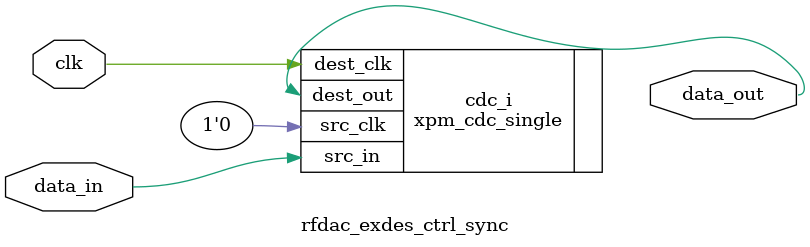
<source format=v>
`timescale 1 ps / 1 ps

(* DowngradeIPIdentifiedWarnings="yes" *)
module dac_exdes_cfg #(
   parameter integer                   C_S_AXI_ADDR_WIDTH   = 11
   )
(
   input                                  s_axi_aclk,
   input                                  s_axi_aresetn,
   
   // 
   output reg                             enable = 0,
   output reg                             timeout_enable = 0,
   output reg  [11:0]                     timeout_value = 128,

 
   // basic register interface
   input                                  slv_rden,
   input                                  slv_wren,
   input       [31:0]                     slv_wdata,
   input       [C_S_AXI_ADDR_WIDTH-1:2]   slv_addr,
   
   output reg                             slv_rd_done,
   output reg                             slv_wr_done,
   output reg  [31:0]                     slv_rdata
 
);

  localparam C_INT_ADDRWIDTH = C_S_AXI_ADDR_WIDTH - 2;

  //----------------------------------------------------------------------------
  // Internal reg/wire declarations
  //----------------------------------------------------------------------------

  //----------------------------------------------------------------------------
  // constant wire asisgnments, ease readability instead of coding into the
  // register read statement
  //----------------------------------------------------------------------------

  //----------------------------------------------------------------------------
  // Register write logic
  //----------------------------------------------------------------------------
   always @( posedge s_axi_aclk )
   begin
      if (~s_axi_aresetn) begin
        // set RW register defaults
         enable                                   <= 1'd0;
         timeout_enable                           <= 1'd0;
         timeout_value                            <= 12'd128;

      end
      else begin

         // on a write we write to the appropiate register 
         if (slv_wren) begin
            case (slv_addr)
            'h0     : begin // @ address = 'd0 'h0
                      enable                                   <= slv_wdata[0];
                      end
            'h4     : begin // @ address = 'd16 'h10
                      timeout_enable                           <= slv_wdata[0];
                      end
            'h6     : begin // @ address = 'd24 'h18
                      timeout_value                            <= slv_wdata[11:0];
                      end

            endcase
         end
      end
   end
   
   //---------------------------------------------------------------------------
   // Register read logic, non registered, 
   //---------------------------------------------------------------------------
   always @(*)
     begin
     slv_rdata = 'd0; // Zero all data
     case (slv_addr)
     'h0     : begin // @ address = 'd0 'h0
               slv_rdata[0]         = enable;
               end
     'h4     : begin // @ address = 'd16 'h10
               slv_rdata[0]         = timeout_enable;
               end
     'h6     : begin // @ address = 'd24 'h18
               slv_rdata[11:0]      = timeout_value;
               end

     default   : slv_rdata = 'd0;
     endcase
     end
   
   //---------------------------------------------------------------------------
   // read/write done logic.
   // For the basic register bank these are fed directly back in as the reg
   // delay is known and fixed.
   //---------------------------------------------------------------------------
   always @(*)
     begin
     slv_rd_done = slv_rden;
     slv_wr_done = slv_wren;
     end

endmodule

//-----------------------------------------------------------------------------
// Title      : dac0_rfdac_exdes_ctrl_axi
// Project    : NA
//-----------------------------------------------------------------------------
// File       : dac0_rfdac_exdes_ctrl_axi.v
// Author     : Xilinx Inc.
//-----------------------------------------------------------------------------
// (c) Copyright 2017 Xilinx, Inc. All rights reserved.
//
// This file contains confidential and proprietary information
// of Xilinx, Inc. and is protected under U.S. and
// international copyright and other intellectual property
// laws.
//
// DISCLAIMER
// This disclaimer is not a license and does not grant any
// rights to the materials distributed herewith. Except as
// otherwise provided in a valid license issued to you by
// Xilinx, and to the maximum extent permitted by applicable
// law: (1) THESE MATERIALS ARE MADE AVAILABLE 'AS IS' AND
// WITH ALL FAULTS, AND XILINX HEREBY DISCLAIMS ALL WARRANTIES
// AND CONDITIONS, EXPRESS, IMPLIED, OR STATUTORY, INCLUDING
// BUT NOT LIMITED TO WARRANTIES OF MERCHANTABILITY, NON-
// INFRINGEMENT, OR FITNESS FOR ANY PARTICULAR PURPOSE; and
// (2) Xilinx shall not be liable (whether in contract or tort,
// including negligence, or under any other theory of
// liability) for any loss or damage of any kind or nature
// related to, arising under or in connection with these
// materials, including for any direct, or any indirect,
// special, incidental, or consequential loss or damage
// (including loss of data, profits, goodwill, or any type of
// loss or damage suffered as a result of any action brought
// by a third party) even if such damage or loss was
// reasonably foreseeable or Xilinx had been advised of the
// possibility of the same.
//
// CRITICAL APPLICATIONS
// Xilinx products are not designed or intended to be fail-
// safe, or for use in any application requiring fail-safe
// performance, such as life-support or safety devices or
// systems, Class III medical devices, nuclear facilities,
// applications related to the deployment of airbags, or any
// other applications that could lead to death, personal
// injury, or severe property or environmental damage
// (individually and collectively, 'Critical
// Applications'). Customer assumes the sole risk and
// liability of any use of Xilinx products in Critical
// Applications, subject only to applicable laws and
// regulations governing limitations on product liability.
//
// THIS COPYRIGHT NOTICE AND DISCLAIMER MUST BE RETAINED AS
// PART OF THIS FILE AT ALL TIMES.
//-----------------------------------------------------------------------------
`timescale 1 ps / 1 ps

module dac0_rfdac_exdes_ctrl_axi #(
   parameter integer                   C_S_AXI_ADDR_WIDTH   = 11
   )
(
   input                                  s_axi_aclk,
   input                                  s_axi_aresetn,

   input                                  clk2_clk,
   input                                  clk2_reset,
   
   // IO for bank 0 
   output reg  [15:0]                     dac00_dg_enable_0 = 0,
   output reg  [6:0]                      dac00_dg_inc_0 = 1,
   input wire  [6:0]                      dac00_dg_inc_0_pdef,
   output reg  [3:0]                      dac00_dg_type_0 = 0,
   input wire  [3:0]                      dac00_dg_type_0_pdef,
   output reg  [7:0]                      dac00_dg_control_0 = 0,
   input wire  [7:0]                      dac00_dg_control_0_pdef,
   output reg                             dac00_dg_pulse_control_0 = 0,
   output reg  [15:0]                     dac00_dg_i_value_0 = 0,
   input wire  [15:0]                     dac00_dg_i_value_0_pdef,
   output reg  [15:0]                     dac00_dg_q_value_0 = 0,
   input wire  [15:0]                     dac00_dg_q_value_0_pdef,
   output reg  [2:0]                      dac00_dg_mult_control_0 = 0,
   input wire  [2:0]                      dac00_dg_mult_control_0_pdef,
   output reg  [15:0]                     dac00_dg_init_0_0 = 0,
   output reg  [15:0]                     dac00_dg_init_1_0 = 0,
   output reg  [15:0]                     dac00_dg_init_2_0 = 0,
   output reg  [15:0]                     dac00_dg_init_3_0 = 0,
   output reg  [15:0]                     dac00_dg_init_4_0 = 0,
   output reg  [15:0]                     dac00_dg_init_5_0 = 0,
   output reg  [15:0]                     dac00_dg_init_6_0 = 0,
   output reg  [15:0]                     dac00_dg_init_7_0 = 0,
   output reg  [15:0]                     dac00_dg_init_8_0 = 0,
   output reg  [15:0]                     dac00_dg_init_9_0 = 0,
   output reg  [15:0]                     dac00_dg_init_10_0 = 0,
   output reg  [15:0]                     dac00_dg_init_11_0 = 0,
   output reg  [15:0]                     dac00_dg_init_12_0 = 0,
   output reg  [15:0]                     dac00_dg_init_13_0 = 0,
   output reg  [15:0]                     dac00_dg_init_14_0 = 0,
   output reg  [15:0]                     dac00_dg_init_15_0 = 0,
   output reg  [15:0]                     dac01_dg_enable_0 = 0,
   output reg  [6:0]                      dac01_dg_inc_0 = 1,
   input wire  [6:0]                      dac01_dg_inc_0_pdef,
   output reg  [3:0]                      dac01_dg_type_0 = 0,
   input wire  [3:0]                      dac01_dg_type_0_pdef,
   output reg  [7:0]                      dac01_dg_control_0 = 0,
   input wire  [7:0]                      dac01_dg_control_0_pdef,
   output reg                             dac01_dg_pulse_control_0 = 0,
   output reg  [15:0]                     dac01_dg_i_value_0 = 0,
   input wire  [15:0]                     dac01_dg_i_value_0_pdef,
   output reg  [15:0]                     dac01_dg_q_value_0 = 0,
   input wire  [15:0]                     dac01_dg_q_value_0_pdef,
   output reg  [2:0]                      dac01_dg_mult_control_0 = 0,
   input wire  [2:0]                      dac01_dg_mult_control_0_pdef,
   output reg  [15:0]                     dac01_dg_init_0_0 = 0,
   output reg  [15:0]                     dac01_dg_init_1_0 = 0,
   output reg  [15:0]                     dac01_dg_init_2_0 = 0,
   output reg  [15:0]                     dac01_dg_init_3_0 = 0,
   output reg  [15:0]                     dac01_dg_init_4_0 = 0,
   output reg  [15:0]                     dac01_dg_init_5_0 = 0,
   output reg  [15:0]                     dac01_dg_init_6_0 = 0,
   output reg  [15:0]                     dac01_dg_init_7_0 = 0,
   output reg  [15:0]                     dac01_dg_init_8_0 = 0,
   output reg  [15:0]                     dac01_dg_init_9_0 = 0,
   output reg  [15:0]                     dac01_dg_init_10_0 = 0,
   output reg  [15:0]                     dac01_dg_init_11_0 = 0,
   output reg  [15:0]                     dac01_dg_init_12_0 = 0,
   output reg  [15:0]                     dac01_dg_init_13_0 = 0,
   output reg  [15:0]                     dac01_dg_init_14_0 = 0,
   output reg  [15:0]                     dac01_dg_init_15_0 = 0,
   output reg  [15:0]                     dac02_dg_enable_0 = 0,
   output reg  [6:0]                      dac02_dg_inc_0 = 1,
   input wire  [6:0]                      dac02_dg_inc_0_pdef,
   output reg  [3:0]                      dac02_dg_type_0 = 0,
   input wire  [3:0]                      dac02_dg_type_0_pdef,
   output reg  [7:0]                      dac02_dg_control_0 = 0,
   input wire  [7:0]                      dac02_dg_control_0_pdef,
   output reg                             dac02_dg_pulse_control_0 = 0,
   output reg  [15:0]                     dac02_dg_i_value_0 = 0,
   input wire  [15:0]                     dac02_dg_i_value_0_pdef,
   output reg  [15:0]                     dac02_dg_q_value_0 = 0,
   input wire  [15:0]                     dac02_dg_q_value_0_pdef,
   output reg  [2:0]                      dac02_dg_mult_control_0 = 0,
   input wire  [2:0]                      dac02_dg_mult_control_0_pdef,
   output reg  [15:0]                     dac02_dg_init_0_0 = 0,
   output reg  [15:0]                     dac02_dg_init_1_0 = 0,
   output reg  [15:0]                     dac02_dg_init_2_0 = 0,
   output reg  [15:0]                     dac02_dg_init_3_0 = 0,
   output reg  [15:0]                     dac02_dg_init_4_0 = 0,
   output reg  [15:0]                     dac02_dg_init_5_0 = 0,
   output reg  [15:0]                     dac02_dg_init_6_0 = 0,
   output reg  [15:0]                     dac02_dg_init_7_0 = 0,
   output reg  [15:0]                     dac02_dg_init_8_0 = 0,
   output reg  [15:0]                     dac02_dg_init_9_0 = 0,
   output reg  [15:0]                     dac02_dg_init_10_0 = 0,
   output reg  [15:0]                     dac02_dg_init_11_0 = 0,
   output reg  [15:0]                     dac02_dg_init_12_0 = 0,
   output reg  [15:0]                     dac02_dg_init_13_0 = 0,
   output reg  [15:0]                     dac02_dg_init_14_0 = 0,
   output reg  [15:0]                     dac02_dg_init_15_0 = 0,
   output reg  [15:0]                     dac03_dg_enable_0 = 0,
   output reg  [6:0]                      dac03_dg_inc_0 = 1,
   input wire  [6:0]                      dac03_dg_inc_0_pdef,
   output reg  [3:0]                      dac03_dg_type_0 = 0,
   input wire  [3:0]                      dac03_dg_type_0_pdef,
   output reg  [7:0]                      dac03_dg_control_0 = 0,
   input wire  [7:0]                      dac03_dg_control_0_pdef,
   output reg                             dac03_dg_pulse_control_0 = 0,
   output reg  [15:0]                     dac03_dg_i_value_0 = 0,
   input wire  [15:0]                     dac03_dg_i_value_0_pdef,
   output reg  [15:0]                     dac03_dg_q_value_0 = 0,
   input wire  [15:0]                     dac03_dg_q_value_0_pdef,
   output reg  [2:0]                      dac03_dg_mult_control_0 = 0,
   input wire  [2:0]                      dac03_dg_mult_control_0_pdef,
   output reg  [15:0]                     dac03_dg_init_0_0 = 0,
   output reg  [15:0]                     dac03_dg_init_1_0 = 0,
   output reg  [15:0]                     dac03_dg_init_2_0 = 0,
   output reg  [15:0]                     dac03_dg_init_3_0 = 0,
   output reg  [15:0]                     dac03_dg_init_4_0 = 0,
   output reg  [15:0]                     dac03_dg_init_5_0 = 0,
   output reg  [15:0]                     dac03_dg_init_6_0 = 0,
   output reg  [15:0]                     dac03_dg_init_7_0 = 0,
   output reg  [15:0]                     dac03_dg_init_8_0 = 0,
   output reg  [15:0]                     dac03_dg_init_9_0 = 0,
   output reg  [15:0]                     dac03_dg_init_10_0 = 0,
   output reg  [15:0]                     dac03_dg_init_11_0 = 0,
   output reg  [15:0]                     dac03_dg_init_12_0 = 0,
   output reg  [15:0]                     dac03_dg_init_13_0 = 0,
   output reg  [15:0]                     dac03_dg_init_14_0 = 0,
   output reg  [15:0]                     dac03_dg_init_15_0 = 0,

 
   // basic register interface
   input                                  slv_rden,
   input                                  slv_wren,
   input       [31:0]                     slv_wdata,
   input       [C_S_AXI_ADDR_WIDTH-1:2]   slv_addr,
   
   output reg                             slv_rd_done,
   output reg                             slv_wr_done,
   output reg  [31:0]                     slv_rdata
 
);

  localparam C_INT_ADDRWIDTH = C_S_AXI_ADDR_WIDTH - 2;

  //----------------------------------------------------------------------------
  // Internal reg/wire declarations
  //----------------------------------------------------------------------------

  reg         slv_rden_r;            // Registered incoming read 
  wire        slv_rden_pls;          // Internally generated pulse
  reg         slv_access_valid_hold; // Flag indicates access in progress in axi domain
  wire        slv_wren_clear;        // Clears the held access valid signal
  reg         slv_access_is_read;    // High is access is a read
  reg  [31:0] slv_wdata_r_internal;  // Register the write data
  wire        slv_wren_clk2;         // Pulse on clk2 when rising edge of valid seen
  wire        slv_wren_done_pulse;   // Pulse on falling edge of clk1_ready
  wire        do_write_clk2;         // Use for debug

  //----------------------------------------------------------------------------
  // Create a held wr or rd signal. This is used to flag an access in progress
  // accross the clock domain.  This is reset when the signal has passed back
  // from the clk2 domain into the axi domain
  //----------------------------------------------------------------------------
  always @( posedge s_axi_aclk ) begin
    if ( ~s_axi_aresetn ) begin
      slv_access_valid_hold <= 'd0;
      slv_wdata_r_internal <= 'd0;
      end
    else begin
      if(slv_wren | slv_rden_pls) begin
        slv_access_valid_hold <= 'd1;
        // register the data locally for cross clock domain crossing
        slv_wdata_r_internal <= slv_wdata;
        end
      else begin
        if(slv_wren_clear) begin
          slv_access_valid_hold <= 'd0;
          end
        // Hold data
        slv_wdata_r_internal <= slv_wdata_r_internal;
        end
      end
    end

  //---------------------------------------------------------------------------
  // register the incoming read strobe, this will stay high, so we create a 
  // pulse to use. to generate the request across the clock domain.
  //---------------------------------------------------------------------------
  always @( posedge s_axi_aclk ) begin
    if ( ~s_axi_aresetn ) begin
      slv_rden_r <= 'd0; // Zero all data
      end
    else begin
      slv_rden_r <= slv_rden;
      end
    end
    
  assign slv_rden_pls = (!slv_rden_r) & slv_rden;

  //---------------------------------------------------------------------------
  //---------------------------------------------------------------------------
  // Clk2 clock domain handshake
  // 
  // This logic pass's the Clk2 access request across the clock domain.
  // On the DRP side, a pulse is generated to initialte the Clk2 access. When
  // The RDY pulse is received, a ready signal is passed back across the clock
  // boundary to the AXI clock domain. This causes the valid request to be
  // removed, and when seen on the DRP domain, the ready is lowered.
  // When the ready falling edge is seen in the AXI domain the AXI transaction
  // is finally completed.
  // Although this logic is slow, it minimises the logic required.
  // It also ensures if the Clk2 rate is very slow compared to the AXI rate
  // transactions will fully complete before another can be requested, though
  // in the case the user should probally set wait_for_drp low and poll for
  // the Clk2 completion
  //---------------------------------------------------------------------------
  //---------------------------------------------------------------------------
  rfdac_exdes_ctrl_hshk_pls_gen clk2clk_handshake_pulse_gen_i(
   .clk1             (s_axi_aclk              ),
   .clk1_rst         (s_axi_aresetn           ),
   
   .clk1_valid       (slv_access_valid_hold   ), // Access in clk1 requested flag, pass to clk2
   .clk1_ready       (slv_wren_clear          ), // Access is complete in clk2, lower request in clk1
   .clk1_ready_pulse (slv_wren_done_pulse     ), // Pulsed on falling edge of clk1_ready, access complete in clk1 & clk2
   
   .clk2             (clk2_clk                ),
   .clk2_rst         (clk2_reset              ),
 
   .clk2_valid       ( ),
   .clk2_valid_pulse (slv_wren_clk2           ),
   .clk2_ready_pulse (slv_wren_clk2           )
    
  );
  
  // Gate the write strobe with the access type. In this case only the read enable
  // is high while we wait for the result
  assign do_write_clk2 = slv_wren_clk2 & (! slv_rden_r);

  //----------------------------------------------------------------------------
  // Register write logic
  //----------------------------------------------------------------------------
   always @( posedge clk2_clk )
   begin
      if (~clk2_reset) begin
        // set RW register defaults

         dac00_dg_enable_0                        <= 16'd0;
         dac00_dg_inc_0                           <= dac00_dg_inc_0_pdef;
         dac00_dg_type_0                          <= dac00_dg_type_0_pdef;
         dac00_dg_control_0                       <= dac00_dg_control_0_pdef;
         dac00_dg_pulse_control_0                 <= 1'd0;
         dac00_dg_i_value_0                       <= dac00_dg_i_value_0_pdef;
         dac00_dg_q_value_0                       <= dac00_dg_q_value_0_pdef;
         dac00_dg_mult_control_0                  <= dac00_dg_mult_control_0_pdef;
         dac00_dg_init_0_0                        <= 16'd0;
         dac00_dg_init_1_0                        <= 16'd0;
         dac00_dg_init_2_0                        <= 16'd0;
         dac00_dg_init_3_0                        <= 16'd0;
         dac00_dg_init_4_0                        <= 16'd0;
         dac00_dg_init_5_0                        <= 16'd0;
         dac00_dg_init_6_0                        <= 16'd0;
         dac00_dg_init_7_0                        <= 16'd0;
         dac00_dg_init_8_0                        <= 16'd0;
         dac00_dg_init_9_0                        <= 16'd0;
         dac00_dg_init_10_0                       <= 16'd0;
         dac00_dg_init_11_0                       <= 16'd0;
         dac00_dg_init_12_0                       <= 16'd0;
         dac00_dg_init_13_0                       <= 16'd0;
         dac00_dg_init_14_0                       <= 16'd0;
         dac00_dg_init_15_0                       <= 16'd0;
         dac01_dg_enable_0                        <= 16'd0;
         dac01_dg_inc_0                           <= dac01_dg_inc_0_pdef;
         dac01_dg_type_0                          <= dac01_dg_type_0_pdef;
         dac01_dg_control_0                       <= dac01_dg_control_0_pdef;
         dac01_dg_pulse_control_0                 <= 1'd0;
         dac01_dg_i_value_0                       <= dac01_dg_i_value_0_pdef;
         dac01_dg_q_value_0                       <= dac01_dg_q_value_0_pdef;
         dac01_dg_mult_control_0                  <= dac01_dg_mult_control_0_pdef;
         dac01_dg_init_0_0                        <= 16'd0;
         dac01_dg_init_1_0                        <= 16'd0;
         dac01_dg_init_2_0                        <= 16'd0;
         dac01_dg_init_3_0                        <= 16'd0;
         dac01_dg_init_4_0                        <= 16'd0;
         dac01_dg_init_5_0                        <= 16'd0;
         dac01_dg_init_6_0                        <= 16'd0;
         dac01_dg_init_7_0                        <= 16'd0;
         dac01_dg_init_8_0                        <= 16'd0;
         dac01_dg_init_9_0                        <= 16'd0;
         dac01_dg_init_10_0                       <= 16'd0;
         dac01_dg_init_11_0                       <= 16'd0;
         dac01_dg_init_12_0                       <= 16'd0;
         dac01_dg_init_13_0                       <= 16'd0;
         dac01_dg_init_14_0                       <= 16'd0;
         dac01_dg_init_15_0                       <= 16'd0;
         dac02_dg_enable_0                        <= 16'd0;
         dac02_dg_inc_0                           <= dac02_dg_inc_0_pdef;
         dac02_dg_type_0                          <= dac02_dg_type_0_pdef;
         dac02_dg_control_0                       <= dac02_dg_control_0_pdef;
         dac02_dg_pulse_control_0                 <= 1'd0;
         dac02_dg_i_value_0                       <= dac02_dg_i_value_0_pdef;
         dac02_dg_q_value_0                       <= dac02_dg_q_value_0_pdef;
         dac02_dg_mult_control_0                  <= dac02_dg_mult_control_0_pdef;
         dac02_dg_init_0_0                        <= 16'd0;
         dac02_dg_init_1_0                        <= 16'd0;
         dac02_dg_init_2_0                        <= 16'd0;
         dac02_dg_init_3_0                        <= 16'd0;
         dac02_dg_init_4_0                        <= 16'd0;
         dac02_dg_init_5_0                        <= 16'd0;
         dac02_dg_init_6_0                        <= 16'd0;
         dac02_dg_init_7_0                        <= 16'd0;
         dac02_dg_init_8_0                        <= 16'd0;
         dac02_dg_init_9_0                        <= 16'd0;
         dac02_dg_init_10_0                       <= 16'd0;
         dac02_dg_init_11_0                       <= 16'd0;
         dac02_dg_init_12_0                       <= 16'd0;
         dac02_dg_init_13_0                       <= 16'd0;
         dac02_dg_init_14_0                       <= 16'd0;
         dac02_dg_init_15_0                       <= 16'd0;
         dac03_dg_enable_0                        <= 16'd0;
         dac03_dg_inc_0                           <= dac03_dg_inc_0_pdef;
         dac03_dg_type_0                          <= dac03_dg_type_0_pdef;
         dac03_dg_control_0                       <= dac03_dg_control_0_pdef;
         dac03_dg_pulse_control_0                 <= 1'd0;
         dac03_dg_i_value_0                       <= dac03_dg_i_value_0_pdef;
         dac03_dg_q_value_0                       <= dac03_dg_q_value_0_pdef;
         dac03_dg_mult_control_0                  <= dac03_dg_mult_control_0_pdef;
         dac03_dg_init_0_0                        <= 16'd0;
         dac03_dg_init_1_0                        <= 16'd0;
         dac03_dg_init_2_0                        <= 16'd0;
         dac03_dg_init_3_0                        <= 16'd0;
         dac03_dg_init_4_0                        <= 16'd0;
         dac03_dg_init_5_0                        <= 16'd0;
         dac03_dg_init_6_0                        <= 16'd0;
         dac03_dg_init_7_0                        <= 16'd0;
         dac03_dg_init_8_0                        <= 16'd0;
         dac03_dg_init_9_0                        <= 16'd0;
         dac03_dg_init_10_0                       <= 16'd0;
         dac03_dg_init_11_0                       <= 16'd0;
         dac03_dg_init_12_0                       <= 16'd0;
         dac03_dg_init_13_0                       <= 16'd0;
         dac03_dg_init_14_0                       <= 16'd0;
         dac03_dg_init_15_0                       <= 16'd0;

 
      end 
      else begin    
         // on a write we write to the appropriate register
         // Not that slv_rden_r comes from the AXI clock domain, but will be stable
         // when the pulse arrives to register the data.
         if (slv_wren_clk2 & (~slv_rden_r)) begin
            case (slv_addr)
            // WRITE assignments for signal block 0
            'h0     : begin // @ address = 'd0 'h0
                      dac00_dg_enable_0                        <= slv_wdata_r_internal[15:0];
                      end
            'h1     : begin // @ address = 'd4 'h4
                      dac00_dg_inc_0                           <= slv_wdata_r_internal[6:0];
                      end
            'h2     : begin // @ address = 'd8 'h8
                      dac00_dg_type_0                          <= slv_wdata_r_internal[3:0];
                      end
            'h3     : begin // @ address = 'd12 'hc
                      dac00_dg_control_0                       <= slv_wdata_r_internal[7:0];
                      end
            'h4     : begin // @ address = 'd16 'h10
                      dac00_dg_pulse_control_0                 <= slv_wdata_r_internal[0];
                      end
            'h5     : begin // @ address = 'd20 'h14
                      dac00_dg_i_value_0                       <= slv_wdata_r_internal[15:0];
                      end
            'h6     : begin // @ address = 'd24 'h18
                      dac00_dg_q_value_0                       <= slv_wdata_r_internal[15:0];
                      end
            'h7     : begin // @ address = 'd28 'h1c
                      dac00_dg_mult_control_0                  <= slv_wdata_r_internal[2:0];
                      end
            'h10    : begin // @ address = 'd64 'h40
                      dac00_dg_init_0_0                        <= slv_wdata_r_internal[15:0];
                      end
            'h11    : begin // @ address = 'd68 'h44
                      dac00_dg_init_1_0                        <= slv_wdata_r_internal[15:0];
                      end
            'h12    : begin // @ address = 'd72 'h48
                      dac00_dg_init_2_0                        <= slv_wdata_r_internal[15:0];
                      end
            'h13    : begin // @ address = 'd76 'h4c
                      dac00_dg_init_3_0                        <= slv_wdata_r_internal[15:0];
                      end
            'h14    : begin // @ address = 'd80 'h50
                      dac00_dg_init_4_0                        <= slv_wdata_r_internal[15:0];
                      end
            'h15    : begin // @ address = 'd84 'h54
                      dac00_dg_init_5_0                        <= slv_wdata_r_internal[15:0];
                      end
            'h16    : begin // @ address = 'd88 'h58
                      dac00_dg_init_6_0                        <= slv_wdata_r_internal[15:0];
                      end
            'h17    : begin // @ address = 'd92 'h5c
                      dac00_dg_init_7_0                        <= slv_wdata_r_internal[15:0];
                      end
            'h18    : begin // @ address = 'd96 'h60
                      dac00_dg_init_8_0                        <= slv_wdata_r_internal[15:0];
                      end
            'h19    : begin // @ address = 'd100 'h64
                      dac00_dg_init_9_0                        <= slv_wdata_r_internal[15:0];
                      end
            'h1a    : begin // @ address = 'd104 'h68
                      dac00_dg_init_10_0                       <= slv_wdata_r_internal[15:0];
                      end
            'h1b    : begin // @ address = 'd108 'h6c
                      dac00_dg_init_11_0                       <= slv_wdata_r_internal[15:0];
                      end
            'h1c    : begin // @ address = 'd112 'h70
                      dac00_dg_init_12_0                       <= slv_wdata_r_internal[15:0];
                      end
            'h1d    : begin // @ address = 'd116 'h74
                      dac00_dg_init_13_0                       <= slv_wdata_r_internal[15:0];
                      end
            'h1e    : begin // @ address = 'd120 'h78
                      dac00_dg_init_14_0                       <= slv_wdata_r_internal[15:0];
                      end
            'h1f    : begin // @ address = 'd124 'h7c
                      dac00_dg_init_15_0                       <= slv_wdata_r_internal[15:0];
                      end
            'h40    : begin // @ address = 'd256 'h100
                      dac01_dg_enable_0                        <= slv_wdata_r_internal[15:0];
                      end
            'h41    : begin // @ address = 'd260 'h104
                      dac01_dg_inc_0                           <= slv_wdata_r_internal[6:0];
                      end
            'h42    : begin // @ address = 'd264 'h108
                      dac01_dg_type_0                          <= slv_wdata_r_internal[3:0];
                      end
            'h43    : begin // @ address = 'd268 'h10c
                      dac01_dg_control_0                       <= slv_wdata_r_internal[7:0];
                      end
            'h44    : begin // @ address = 'd272 'h110
                      dac01_dg_pulse_control_0                 <= slv_wdata_r_internal[0];
                      end
            'h45    : begin // @ address = 'd276 'h114
                      dac01_dg_i_value_0                       <= slv_wdata_r_internal[15:0];
                      end
            'h46    : begin // @ address = 'd280 'h118
                      dac01_dg_q_value_0                       <= slv_wdata_r_internal[15:0];
                      end
            'h47    : begin // @ address = 'd284 'h11c
                      dac01_dg_mult_control_0                  <= slv_wdata_r_internal[2:0];
                      end
            'h50    : begin // @ address = 'd320 'h140
                      dac01_dg_init_0_0                        <= slv_wdata_r_internal[15:0];
                      end
            'h51    : begin // @ address = 'd324 'h144
                      dac01_dg_init_1_0                        <= slv_wdata_r_internal[15:0];
                      end
            'h52    : begin // @ address = 'd328 'h148
                      dac01_dg_init_2_0                        <= slv_wdata_r_internal[15:0];
                      end
            'h53    : begin // @ address = 'd332 'h14c
                      dac01_dg_init_3_0                        <= slv_wdata_r_internal[15:0];
                      end
            'h54    : begin // @ address = 'd336 'h150
                      dac01_dg_init_4_0                        <= slv_wdata_r_internal[15:0];
                      end
            'h55    : begin // @ address = 'd340 'h154
                      dac01_dg_init_5_0                        <= slv_wdata_r_internal[15:0];
                      end
            'h56    : begin // @ address = 'd344 'h158
                      dac01_dg_init_6_0                        <= slv_wdata_r_internal[15:0];
                      end
            'h57    : begin // @ address = 'd348 'h15c
                      dac01_dg_init_7_0                        <= slv_wdata_r_internal[15:0];
                      end
            'h58    : begin // @ address = 'd352 'h160
                      dac01_dg_init_8_0                        <= slv_wdata_r_internal[15:0];
                      end
            'h59    : begin // @ address = 'd356 'h164
                      dac01_dg_init_9_0                        <= slv_wdata_r_internal[15:0];
                      end
            'h5a    : begin // @ address = 'd360 'h168
                      dac01_dg_init_10_0                       <= slv_wdata_r_internal[15:0];
                      end
            'h5b    : begin // @ address = 'd364 'h16c
                      dac01_dg_init_11_0                       <= slv_wdata_r_internal[15:0];
                      end
            'h5c    : begin // @ address = 'd368 'h170
                      dac01_dg_init_12_0                       <= slv_wdata_r_internal[15:0];
                      end
            'h5d    : begin // @ address = 'd372 'h174
                      dac01_dg_init_13_0                       <= slv_wdata_r_internal[15:0];
                      end
            'h5e    : begin // @ address = 'd376 'h178
                      dac01_dg_init_14_0                       <= slv_wdata_r_internal[15:0];
                      end
            'h5f    : begin // @ address = 'd380 'h17c
                      dac01_dg_init_15_0                       <= slv_wdata_r_internal[15:0];
                      end
            'h80    : begin // @ address = 'd512 'h200
                      dac02_dg_enable_0                        <= slv_wdata_r_internal[15:0];
                      end
            'h81    : begin // @ address = 'd516 'h204
                      dac02_dg_inc_0                           <= slv_wdata_r_internal[6:0];
                      end
            'h82    : begin // @ address = 'd520 'h208
                      dac02_dg_type_0                          <= slv_wdata_r_internal[3:0];
                      end
            'h83    : begin // @ address = 'd524 'h20c
                      dac02_dg_control_0                       <= slv_wdata_r_internal[7:0];
                      end
            'h84    : begin // @ address = 'd528 'h210
                      dac02_dg_pulse_control_0                 <= slv_wdata_r_internal[0];
                      end
            'h85    : begin // @ address = 'd532 'h214
                      dac02_dg_i_value_0                       <= slv_wdata_r_internal[15:0];
                      end
            'h86    : begin // @ address = 'd536 'h218
                      dac02_dg_q_value_0                       <= slv_wdata_r_internal[15:0];
                      end
            'h87    : begin // @ address = 'd540 'h21c
                      dac02_dg_mult_control_0                  <= slv_wdata_r_internal[2:0];
                      end
            'h90    : begin // @ address = 'd576 'h240
                      dac02_dg_init_0_0                        <= slv_wdata_r_internal[15:0];
                      end
            'h91    : begin // @ address = 'd580 'h244
                      dac02_dg_init_1_0                        <= slv_wdata_r_internal[15:0];
                      end
            'h92    : begin // @ address = 'd584 'h248
                      dac02_dg_init_2_0                        <= slv_wdata_r_internal[15:0];
                      end
            'h93    : begin // @ address = 'd588 'h24c
                      dac02_dg_init_3_0                        <= slv_wdata_r_internal[15:0];
                      end
            'h94    : begin // @ address = 'd592 'h250
                      dac02_dg_init_4_0                        <= slv_wdata_r_internal[15:0];
                      end
            'h95    : begin // @ address = 'd596 'h254
                      dac02_dg_init_5_0                        <= slv_wdata_r_internal[15:0];
                      end
            'h96    : begin // @ address = 'd600 'h258
                      dac02_dg_init_6_0                        <= slv_wdata_r_internal[15:0];
                      end
            'h97    : begin // @ address = 'd604 'h25c
                      dac02_dg_init_7_0                        <= slv_wdata_r_internal[15:0];
                      end
            'h98    : begin // @ address = 'd608 'h260
                      dac02_dg_init_8_0                        <= slv_wdata_r_internal[15:0];
                      end
            'h99    : begin // @ address = 'd612 'h264
                      dac02_dg_init_9_0                        <= slv_wdata_r_internal[15:0];
                      end
            'h9a    : begin // @ address = 'd616 'h268
                      dac02_dg_init_10_0                       <= slv_wdata_r_internal[15:0];
                      end
            'h9b    : begin // @ address = 'd620 'h26c
                      dac02_dg_init_11_0                       <= slv_wdata_r_internal[15:0];
                      end
            'h9c    : begin // @ address = 'd624 'h270
                      dac02_dg_init_12_0                       <= slv_wdata_r_internal[15:0];
                      end
            'h9d    : begin // @ address = 'd628 'h274
                      dac02_dg_init_13_0                       <= slv_wdata_r_internal[15:0];
                      end
            'h9e    : begin // @ address = 'd632 'h278
                      dac02_dg_init_14_0                       <= slv_wdata_r_internal[15:0];
                      end
            'h9f    : begin // @ address = 'd636 'h27c
                      dac02_dg_init_15_0                       <= slv_wdata_r_internal[15:0];
                      end
            'hc0    : begin // @ address = 'd768 'h300
                      dac03_dg_enable_0                        <= slv_wdata_r_internal[15:0];
                      end
            'hc1    : begin // @ address = 'd772 'h304
                      dac03_dg_inc_0                           <= slv_wdata_r_internal[6:0];
                      end
            'hc2    : begin // @ address = 'd776 'h308
                      dac03_dg_type_0                          <= slv_wdata_r_internal[3:0];
                      end
            'hc3    : begin // @ address = 'd780 'h30c
                      dac03_dg_control_0                       <= slv_wdata_r_internal[7:0];
                      end
            'hc4    : begin // @ address = 'd784 'h310
                      dac03_dg_pulse_control_0                 <= slv_wdata_r_internal[0];
                      end
            'hc5    : begin // @ address = 'd788 'h314
                      dac03_dg_i_value_0                       <= slv_wdata_r_internal[15:0];
                      end
            'hc6    : begin // @ address = 'd792 'h318
                      dac03_dg_q_value_0                       <= slv_wdata_r_internal[15:0];
                      end
            'hc7    : begin // @ address = 'd796 'h31c
                      dac03_dg_mult_control_0                  <= slv_wdata_r_internal[2:0];
                      end
            'hd0    : begin // @ address = 'd832 'h340
                      dac03_dg_init_0_0                        <= slv_wdata_r_internal[15:0];
                      end
            'hd1    : begin // @ address = 'd836 'h344
                      dac03_dg_init_1_0                        <= slv_wdata_r_internal[15:0];
                      end
            'hd2    : begin // @ address = 'd840 'h348
                      dac03_dg_init_2_0                        <= slv_wdata_r_internal[15:0];
                      end
            'hd3    : begin // @ address = 'd844 'h34c
                      dac03_dg_init_3_0                        <= slv_wdata_r_internal[15:0];
                      end
            'hd4    : begin // @ address = 'd848 'h350
                      dac03_dg_init_4_0                        <= slv_wdata_r_internal[15:0];
                      end
            'hd5    : begin // @ address = 'd852 'h354
                      dac03_dg_init_5_0                        <= slv_wdata_r_internal[15:0];
                      end
            'hd6    : begin // @ address = 'd856 'h358
                      dac03_dg_init_6_0                        <= slv_wdata_r_internal[15:0];
                      end
            'hd7    : begin // @ address = 'd860 'h35c
                      dac03_dg_init_7_0                        <= slv_wdata_r_internal[15:0];
                      end
            'hd8    : begin // @ address = 'd864 'h360
                      dac03_dg_init_8_0                        <= slv_wdata_r_internal[15:0];
                      end
            'hd9    : begin // @ address = 'd868 'h364
                      dac03_dg_init_9_0                        <= slv_wdata_r_internal[15:0];
                      end
            'hda    : begin // @ address = 'd872 'h368
                      dac03_dg_init_10_0                       <= slv_wdata_r_internal[15:0];
                      end
            'hdb    : begin // @ address = 'd876 'h36c
                      dac03_dg_init_11_0                       <= slv_wdata_r_internal[15:0];
                      end
            'hdc    : begin // @ address = 'd880 'h370
                      dac03_dg_init_12_0                       <= slv_wdata_r_internal[15:0];
                      end
            'hdd    : begin // @ address = 'd884 'h374
                      dac03_dg_init_13_0                       <= slv_wdata_r_internal[15:0];
                      end
            'hde    : begin // @ address = 'd888 'h378
                      dac03_dg_init_14_0                       <= slv_wdata_r_internal[15:0];
                      end
            'hdf    : begin // @ address = 'd892 'h37c
                      dac03_dg_init_15_0                       <= slv_wdata_r_internal[15:0];
                      end


            endcase
         end   
      end
   end
   
  //----------------------------------------------------------------------------
  // Register read logic
  // All signal come from clk 2, however by design these should be RW signals,
  // originating in this block. Therefore we know these signals will be steady
  // on a read.
  //---------------------------------------------------------------------------
  always @( posedge s_axi_aclk ) begin
    if ( ~s_axi_aresetn ) begin
      end
    else begin
      slv_rdata <= 'd0; // Zero all data bits, individual bits may be modified in the case below
      case (slv_addr)
      // READ assignments for signal block 0
     'h0     : begin // @ address = 'd0 'h0
               slv_rdata[15:0]      <= dac00_dg_enable_0;
               end
     'h1     : begin // @ address = 'd4 'h4
               slv_rdata[6:0]       <= dac00_dg_inc_0;
               end
     'h2     : begin // @ address = 'd8 'h8
               slv_rdata[3:0]       <= dac00_dg_type_0;
               end
     'h3     : begin // @ address = 'd12 'hc
               slv_rdata[7:0]       <= dac00_dg_control_0;
               end
     'h5     : begin // @ address = 'd20 'h14
               slv_rdata[15:0]      <= dac00_dg_i_value_0;
               end
     'h6     : begin // @ address = 'd24 'h18
               slv_rdata[15:0]      <= dac00_dg_q_value_0;
               end
     'h7     : begin // @ address = 'd28 'h1c
               slv_rdata[2:0]       <= dac00_dg_mult_control_0;
               end
     'h10    : begin // @ address = 'd64 'h40
               slv_rdata[15:0]      <= dac00_dg_init_0_0;
               end
     'h11    : begin // @ address = 'd68 'h44
               slv_rdata[15:0]      <= dac00_dg_init_1_0;
               end
     'h12    : begin // @ address = 'd72 'h48
               slv_rdata[15:0]      <= dac00_dg_init_2_0;
               end
     'h13    : begin // @ address = 'd76 'h4c
               slv_rdata[15:0]      <= dac00_dg_init_3_0;
               end
     'h14    : begin // @ address = 'd80 'h50
               slv_rdata[15:0]      <= dac00_dg_init_4_0;
               end
     'h15    : begin // @ address = 'd84 'h54
               slv_rdata[15:0]      <= dac00_dg_init_5_0;
               end
     'h16    : begin // @ address = 'd88 'h58
               slv_rdata[15:0]      <= dac00_dg_init_6_0;
               end
     'h17    : begin // @ address = 'd92 'h5c
               slv_rdata[15:0]      <= dac00_dg_init_7_0;
               end
     'h18    : begin // @ address = 'd96 'h60
               slv_rdata[15:0]      <= dac00_dg_init_8_0;
               end
     'h19    : begin // @ address = 'd100 'h64
               slv_rdata[15:0]      <= dac00_dg_init_9_0;
               end
     'h1a    : begin // @ address = 'd104 'h68
               slv_rdata[15:0]      <= dac00_dg_init_10_0;
               end
     'h1b    : begin // @ address = 'd108 'h6c
               slv_rdata[15:0]      <= dac00_dg_init_11_0;
               end
     'h1c    : begin // @ address = 'd112 'h70
               slv_rdata[15:0]      <= dac00_dg_init_12_0;
               end
     'h1d    : begin // @ address = 'd116 'h74
               slv_rdata[15:0]      <= dac00_dg_init_13_0;
               end
     'h1e    : begin // @ address = 'd120 'h78
               slv_rdata[15:0]      <= dac00_dg_init_14_0;
               end
     'h1f    : begin // @ address = 'd124 'h7c
               slv_rdata[15:0]      <= dac00_dg_init_15_0;
               end
     'h40    : begin // @ address = 'd256 'h100
               slv_rdata[15:0]      <= dac01_dg_enable_0;
               end
     'h41    : begin // @ address = 'd260 'h104
               slv_rdata[6:0]       <= dac01_dg_inc_0;
               end
     'h42    : begin // @ address = 'd264 'h108
               slv_rdata[3:0]       <= dac01_dg_type_0;
               end
     'h43    : begin // @ address = 'd268 'h10c
               slv_rdata[7:0]       <= dac01_dg_control_0;
               end
     'h45    : begin // @ address = 'd276 'h114
               slv_rdata[15:0]      <= dac01_dg_i_value_0;
               end
     'h46    : begin // @ address = 'd280 'h118
               slv_rdata[15:0]      <= dac01_dg_q_value_0;
               end
     'h47    : begin // @ address = 'd284 'h11c
               slv_rdata[2:0]       <= dac01_dg_mult_control_0;
               end
     'h50    : begin // @ address = 'd320 'h140
               slv_rdata[15:0]      <= dac01_dg_init_0_0;
               end
     'h51    : begin // @ address = 'd324 'h144
               slv_rdata[15:0]      <= dac01_dg_init_1_0;
               end
     'h52    : begin // @ address = 'd328 'h148
               slv_rdata[15:0]      <= dac01_dg_init_2_0;
               end
     'h53    : begin // @ address = 'd332 'h14c
               slv_rdata[15:0]      <= dac01_dg_init_3_0;
               end
     'h54    : begin // @ address = 'd336 'h150
               slv_rdata[15:0]      <= dac01_dg_init_4_0;
               end
     'h55    : begin // @ address = 'd340 'h154
               slv_rdata[15:0]      <= dac01_dg_init_5_0;
               end
     'h56    : begin // @ address = 'd344 'h158
               slv_rdata[15:0]      <= dac01_dg_init_6_0;
               end
     'h57    : begin // @ address = 'd348 'h15c
               slv_rdata[15:0]      <= dac01_dg_init_7_0;
               end
     'h58    : begin // @ address = 'd352 'h160
               slv_rdata[15:0]      <= dac01_dg_init_8_0;
               end
     'h59    : begin // @ address = 'd356 'h164
               slv_rdata[15:0]      <= dac01_dg_init_9_0;
               end
     'h5a    : begin // @ address = 'd360 'h168
               slv_rdata[15:0]      <= dac01_dg_init_10_0;
               end
     'h5b    : begin // @ address = 'd364 'h16c
               slv_rdata[15:0]      <= dac01_dg_init_11_0;
               end
     'h5c    : begin // @ address = 'd368 'h170
               slv_rdata[15:0]      <= dac01_dg_init_12_0;
               end
     'h5d    : begin // @ address = 'd372 'h174
               slv_rdata[15:0]      <= dac01_dg_init_13_0;
               end
     'h5e    : begin // @ address = 'd376 'h178
               slv_rdata[15:0]      <= dac01_dg_init_14_0;
               end
     'h5f    : begin // @ address = 'd380 'h17c
               slv_rdata[15:0]      <= dac01_dg_init_15_0;
               end
     'h80    : begin // @ address = 'd512 'h200
               slv_rdata[15:0]      <= dac02_dg_enable_0;
               end
     'h81    : begin // @ address = 'd516 'h204
               slv_rdata[6:0]       <= dac02_dg_inc_0;
               end
     'h82    : begin // @ address = 'd520 'h208
               slv_rdata[3:0]       <= dac02_dg_type_0;
               end
     'h83    : begin // @ address = 'd524 'h20c
               slv_rdata[7:0]       <= dac02_dg_control_0;
               end
     'h85    : begin // @ address = 'd532 'h214
               slv_rdata[15:0]      <= dac02_dg_i_value_0;
               end
     'h86    : begin // @ address = 'd536 'h218
               slv_rdata[15:0]      <= dac02_dg_q_value_0;
               end
     'h87    : begin // @ address = 'd540 'h21c
               slv_rdata[2:0]       <= dac02_dg_mult_control_0;
               end
     'h90    : begin // @ address = 'd576 'h240
               slv_rdata[15:0]      <= dac02_dg_init_0_0;
               end
     'h91    : begin // @ address = 'd580 'h244
               slv_rdata[15:0]      <= dac02_dg_init_1_0;
               end
     'h92    : begin // @ address = 'd584 'h248
               slv_rdata[15:0]      <= dac02_dg_init_2_0;
               end
     'h93    : begin // @ address = 'd588 'h24c
               slv_rdata[15:0]      <= dac02_dg_init_3_0;
               end
     'h94    : begin // @ address = 'd592 'h250
               slv_rdata[15:0]      <= dac02_dg_init_4_0;
               end
     'h95    : begin // @ address = 'd596 'h254
               slv_rdata[15:0]      <= dac02_dg_init_5_0;
               end
     'h96    : begin // @ address = 'd600 'h258
               slv_rdata[15:0]      <= dac02_dg_init_6_0;
               end
     'h97    : begin // @ address = 'd604 'h25c
               slv_rdata[15:0]      <= dac02_dg_init_7_0;
               end
     'h98    : begin // @ address = 'd608 'h260
               slv_rdata[15:0]      <= dac02_dg_init_8_0;
               end
     'h99    : begin // @ address = 'd612 'h264
               slv_rdata[15:0]      <= dac02_dg_init_9_0;
               end
     'h9a    : begin // @ address = 'd616 'h268
               slv_rdata[15:0]      <= dac02_dg_init_10_0;
               end
     'h9b    : begin // @ address = 'd620 'h26c
               slv_rdata[15:0]      <= dac02_dg_init_11_0;
               end
     'h9c    : begin // @ address = 'd624 'h270
               slv_rdata[15:0]      <= dac02_dg_init_12_0;
               end
     'h9d    : begin // @ address = 'd628 'h274
               slv_rdata[15:0]      <= dac02_dg_init_13_0;
               end
     'h9e    : begin // @ address = 'd632 'h278
               slv_rdata[15:0]      <= dac02_dg_init_14_0;
               end
     'h9f    : begin // @ address = 'd636 'h27c
               slv_rdata[15:0]      <= dac02_dg_init_15_0;
               end
     'hc0    : begin // @ address = 'd768 'h300
               slv_rdata[15:0]      <= dac03_dg_enable_0;
               end
     'hc1    : begin // @ address = 'd772 'h304
               slv_rdata[6:0]       <= dac03_dg_inc_0;
               end
     'hc2    : begin // @ address = 'd776 'h308
               slv_rdata[3:0]       <= dac03_dg_type_0;
               end
     'hc3    : begin // @ address = 'd780 'h30c
               slv_rdata[7:0]       <= dac03_dg_control_0;
               end
     'hc5    : begin // @ address = 'd788 'h314
               slv_rdata[15:0]      <= dac03_dg_i_value_0;
               end
     'hc6    : begin // @ address = 'd792 'h318
               slv_rdata[15:0]      <= dac03_dg_q_value_0;
               end
     'hc7    : begin // @ address = 'd796 'h31c
               slv_rdata[2:0]       <= dac03_dg_mult_control_0;
               end
     'hd0    : begin // @ address = 'd832 'h340
               slv_rdata[15:0]      <= dac03_dg_init_0_0;
               end
     'hd1    : begin // @ address = 'd836 'h344
               slv_rdata[15:0]      <= dac03_dg_init_1_0;
               end
     'hd2    : begin // @ address = 'd840 'h348
               slv_rdata[15:0]      <= dac03_dg_init_2_0;
               end
     'hd3    : begin // @ address = 'd844 'h34c
               slv_rdata[15:0]      <= dac03_dg_init_3_0;
               end
     'hd4    : begin // @ address = 'd848 'h350
               slv_rdata[15:0]      <= dac03_dg_init_4_0;
               end
     'hd5    : begin // @ address = 'd852 'h354
               slv_rdata[15:0]      <= dac03_dg_init_5_0;
               end
     'hd6    : begin // @ address = 'd856 'h358
               slv_rdata[15:0]      <= dac03_dg_init_6_0;
               end
     'hd7    : begin // @ address = 'd860 'h35c
               slv_rdata[15:0]      <= dac03_dg_init_7_0;
               end
     'hd8    : begin // @ address = 'd864 'h360
               slv_rdata[15:0]      <= dac03_dg_init_8_0;
               end
     'hd9    : begin // @ address = 'd868 'h364
               slv_rdata[15:0]      <= dac03_dg_init_9_0;
               end
     'hda    : begin // @ address = 'd872 'h368
               slv_rdata[15:0]      <= dac03_dg_init_10_0;
               end
     'hdb    : begin // @ address = 'd876 'h36c
               slv_rdata[15:0]      <= dac03_dg_init_11_0;
               end
     'hdc    : begin // @ address = 'd880 'h370
               slv_rdata[15:0]      <= dac03_dg_init_12_0;
               end
     'hdd    : begin // @ address = 'd884 'h374
               slv_rdata[15:0]      <= dac03_dg_init_13_0;
               end
     'hde    : begin // @ address = 'd888 'h378
               slv_rdata[15:0]      <= dac03_dg_init_14_0;
               end
     'hdf    : begin // @ address = 'd892 'h37c
               slv_rdata[15:0]      <= dac03_dg_init_15_0;
               end

      default: slv_rdata            <= 'd0;
      endcase
      end
    end
   
   //---------------------------------------------------------------------------
   // read/write done logic.
   // Completed with the retruning pulse from the clk2 domain
   //---------------------------------------------------------------------------
   always @(*)
     begin
     slv_rd_done = slv_wren_done_pulse & (  slv_rden_r) ;
     slv_wr_done = slv_wren_done_pulse & (! slv_rden_r);
     end

endmodule

//-----------------------------------------------------------------------------
// Title      : dac1_rfdac_exdes_ctrl_axi
// Project    : NA
//-----------------------------------------------------------------------------
// File       : dac1_rfdac_exdes_ctrl_axi.v
// Author     : Xilinx Inc.
//-----------------------------------------------------------------------------
// (c) Copyright 2017 Xilinx, Inc. All rights reserved.
//
// This file contains confidential and proprietary information
// of Xilinx, Inc. and is protected under U.S. and
// international copyright and other intellectual property
// laws.
//
// DISCLAIMER
// This disclaimer is not a license and does not grant any
// rights to the materials distributed herewith. Except as
// otherwise provided in a valid license issued to you by
// Xilinx, and to the maximum extent permitted by applicable
// law: (1) THESE MATERIALS ARE MADE AVAILABLE 'AS IS' AND
// WITH ALL FAULTS, AND XILINX HEREBY DISCLAIMS ALL WARRANTIES
// AND CONDITIONS, EXPRESS, IMPLIED, OR STATUTORY, INCLUDING
// BUT NOT LIMITED TO WARRANTIES OF MERCHANTABILITY, NON-
// INFRINGEMENT, OR FITNESS FOR ANY PARTICULAR PURPOSE; and
// (2) Xilinx shall not be liable (whether in contract or tort,
// including negligence, or under any other theory of
// liability) for any loss or damage of any kind or nature
// related to, arising under or in connection with these
// materials, including for any direct, or any indirect,
// special, incidental, or consequential loss or damage
// (including loss of data, profits, goodwill, or any type of
// loss or damage suffered as a result of any action brought
// by a third party) even if such damage or loss was
// reasonably foreseeable or Xilinx had been advised of the
// possibility of the same.
//
// CRITICAL APPLICATIONS
// Xilinx products are not designed or intended to be fail-
// safe, or for use in any application requiring fail-safe
// performance, such as life-support or safety devices or
// systems, Class III medical devices, nuclear facilities,
// applications related to the deployment of airbags, or any
// other applications that could lead to death, personal
// injury, or severe property or environmental damage
// (individually and collectively, 'Critical
// Applications'). Customer assumes the sole risk and
// liability of any use of Xilinx products in Critical
// Applications, subject only to applicable laws and
// regulations governing limitations on product liability.
//
// THIS COPYRIGHT NOTICE AND DISCLAIMER MUST BE RETAINED AS
// PART OF THIS FILE AT ALL TIMES.
//-----------------------------------------------------------------------------
`timescale 1 ps / 1 ps

module dac1_rfdac_exdes_ctrl_axi #(
   parameter integer                   C_S_AXI_ADDR_WIDTH   = 11
   )
(
   input                                  s_axi_aclk,
   input                                  s_axi_aresetn,

   input                                  clk2_clk,
   input                                  clk2_reset,
   
   // IO for bank 0 
   output reg  [15:0]                     dac10_dg_enable_0 = 0,
   output reg  [6:0]                      dac10_dg_inc_0 = 1,
   input wire  [6:0]                      dac10_dg_inc_0_pdef,
   output reg  [3:0]                      dac10_dg_type_0 = 0,
   input wire  [3:0]                      dac10_dg_type_0_pdef,
   output reg  [7:0]                      dac10_dg_control_0 = 0,
   input wire  [7:0]                      dac10_dg_control_0_pdef,
   output reg                             dac10_dg_pulse_control_0 = 0,
   output reg  [15:0]                     dac10_dg_i_value_0 = 0,
   input wire  [15:0]                     dac10_dg_i_value_0_pdef,
   output reg  [15:0]                     dac10_dg_q_value_0 = 0,
   input wire  [15:0]                     dac10_dg_q_value_0_pdef,
   output reg  [2:0]                      dac10_dg_mult_control_0 = 0,
   input wire  [2:0]                      dac10_dg_mult_control_0_pdef,
   output reg  [15:0]                     dac10_dg_init_0_0 = 0,
   output reg  [15:0]                     dac10_dg_init_1_0 = 0,
   output reg  [15:0]                     dac10_dg_init_2_0 = 0,
   output reg  [15:0]                     dac10_dg_init_3_0 = 0,
   output reg  [15:0]                     dac10_dg_init_4_0 = 0,
   output reg  [15:0]                     dac10_dg_init_5_0 = 0,
   output reg  [15:0]                     dac10_dg_init_6_0 = 0,
   output reg  [15:0]                     dac10_dg_init_7_0 = 0,
   output reg  [15:0]                     dac10_dg_init_8_0 = 0,
   output reg  [15:0]                     dac10_dg_init_9_0 = 0,
   output reg  [15:0]                     dac10_dg_init_10_0 = 0,
   output reg  [15:0]                     dac10_dg_init_11_0 = 0,
   output reg  [15:0]                     dac10_dg_init_12_0 = 0,
   output reg  [15:0]                     dac10_dg_init_13_0 = 0,
   output reg  [15:0]                     dac10_dg_init_14_0 = 0,
   output reg  [15:0]                     dac10_dg_init_15_0 = 0,
   output reg  [15:0]                     dac11_dg_enable_0 = 0,
   output reg  [6:0]                      dac11_dg_inc_0 = 1,
   input wire  [6:0]                      dac11_dg_inc_0_pdef,
   output reg  [3:0]                      dac11_dg_type_0 = 0,
   input wire  [3:0]                      dac11_dg_type_0_pdef,
   output reg  [7:0]                      dac11_dg_control_0 = 0,
   input wire  [7:0]                      dac11_dg_control_0_pdef,
   output reg                             dac11_dg_pulse_control_0 = 0,
   output reg  [15:0]                     dac11_dg_i_value_0 = 0,
   input wire  [15:0]                     dac11_dg_i_value_0_pdef,
   output reg  [15:0]                     dac11_dg_q_value_0 = 0,
   input wire  [15:0]                     dac11_dg_q_value_0_pdef,
   output reg  [2:0]                      dac11_dg_mult_control_0 = 0,
   input wire  [2:0]                      dac11_dg_mult_control_0_pdef,
   output reg  [15:0]                     dac11_dg_init_0_0 = 0,
   output reg  [15:0]                     dac11_dg_init_1_0 = 0,
   output reg  [15:0]                     dac11_dg_init_2_0 = 0,
   output reg  [15:0]                     dac11_dg_init_3_0 = 0,
   output reg  [15:0]                     dac11_dg_init_4_0 = 0,
   output reg  [15:0]                     dac11_dg_init_5_0 = 0,
   output reg  [15:0]                     dac11_dg_init_6_0 = 0,
   output reg  [15:0]                     dac11_dg_init_7_0 = 0,
   output reg  [15:0]                     dac11_dg_init_8_0 = 0,
   output reg  [15:0]                     dac11_dg_init_9_0 = 0,
   output reg  [15:0]                     dac11_dg_init_10_0 = 0,
   output reg  [15:0]                     dac11_dg_init_11_0 = 0,
   output reg  [15:0]                     dac11_dg_init_12_0 = 0,
   output reg  [15:0]                     dac11_dg_init_13_0 = 0,
   output reg  [15:0]                     dac11_dg_init_14_0 = 0,
   output reg  [15:0]                     dac11_dg_init_15_0 = 0,
   output reg  [15:0]                     dac12_dg_enable_0 = 0,
   output reg  [6:0]                      dac12_dg_inc_0 = 1,
   input wire  [6:0]                      dac12_dg_inc_0_pdef,
   output reg  [3:0]                      dac12_dg_type_0 = 0,
   input wire  [3:0]                      dac12_dg_type_0_pdef,
   output reg  [7:0]                      dac12_dg_control_0 = 0,
   input wire  [7:0]                      dac12_dg_control_0_pdef,
   output reg                             dac12_dg_pulse_control_0 = 0,
   output reg  [15:0]                     dac12_dg_i_value_0 = 0,
   input wire  [15:0]                     dac12_dg_i_value_0_pdef,
   output reg  [15:0]                     dac12_dg_q_value_0 = 0,
   input wire  [15:0]                     dac12_dg_q_value_0_pdef,
   output reg  [2:0]                      dac12_dg_mult_control_0 = 0,
   input wire  [2:0]                      dac12_dg_mult_control_0_pdef,
   output reg  [15:0]                     dac12_dg_init_0_0 = 0,
   output reg  [15:0]                     dac12_dg_init_1_0 = 0,
   output reg  [15:0]                     dac12_dg_init_2_0 = 0,
   output reg  [15:0]                     dac12_dg_init_3_0 = 0,
   output reg  [15:0]                     dac12_dg_init_4_0 = 0,
   output reg  [15:0]                     dac12_dg_init_5_0 = 0,
   output reg  [15:0]                     dac12_dg_init_6_0 = 0,
   output reg  [15:0]                     dac12_dg_init_7_0 = 0,
   output reg  [15:0]                     dac12_dg_init_8_0 = 0,
   output reg  [15:0]                     dac12_dg_init_9_0 = 0,
   output reg  [15:0]                     dac12_dg_init_10_0 = 0,
   output reg  [15:0]                     dac12_dg_init_11_0 = 0,
   output reg  [15:0]                     dac12_dg_init_12_0 = 0,
   output reg  [15:0]                     dac12_dg_init_13_0 = 0,
   output reg  [15:0]                     dac12_dg_init_14_0 = 0,
   output reg  [15:0]                     dac12_dg_init_15_0 = 0,
   output reg  [15:0]                     dac13_dg_enable_0 = 0,
   output reg  [6:0]                      dac13_dg_inc_0 = 1,
   input wire  [6:0]                      dac13_dg_inc_0_pdef,
   output reg  [3:0]                      dac13_dg_type_0 = 0,
   input wire  [3:0]                      dac13_dg_type_0_pdef,
   output reg  [7:0]                      dac13_dg_control_0 = 0,
   input wire  [7:0]                      dac13_dg_control_0_pdef,
   output reg                             dac13_dg_pulse_control_0 = 0,
   output reg  [15:0]                     dac13_dg_i_value_0 = 0,
   input wire  [15:0]                     dac13_dg_i_value_0_pdef,
   output reg  [15:0]                     dac13_dg_q_value_0 = 0,
   input wire  [15:0]                     dac13_dg_q_value_0_pdef,
   output reg  [2:0]                      dac13_dg_mult_control_0 = 0,
   input wire  [2:0]                      dac13_dg_mult_control_0_pdef,
   output reg  [15:0]                     dac13_dg_init_0_0 = 0,
   output reg  [15:0]                     dac13_dg_init_1_0 = 0,
   output reg  [15:0]                     dac13_dg_init_2_0 = 0,
   output reg  [15:0]                     dac13_dg_init_3_0 = 0,
   output reg  [15:0]                     dac13_dg_init_4_0 = 0,
   output reg  [15:0]                     dac13_dg_init_5_0 = 0,
   output reg  [15:0]                     dac13_dg_init_6_0 = 0,
   output reg  [15:0]                     dac13_dg_init_7_0 = 0,
   output reg  [15:0]                     dac13_dg_init_8_0 = 0,
   output reg  [15:0]                     dac13_dg_init_9_0 = 0,
   output reg  [15:0]                     dac13_dg_init_10_0 = 0,
   output reg  [15:0]                     dac13_dg_init_11_0 = 0,
   output reg  [15:0]                     dac13_dg_init_12_0 = 0,
   output reg  [15:0]                     dac13_dg_init_13_0 = 0,
   output reg  [15:0]                     dac13_dg_init_14_0 = 0,
   output reg  [15:0]                     dac13_dg_init_15_0 = 0,

 
   // basic register interface
   input                                  slv_rden,
   input                                  slv_wren,
   input       [31:0]                     slv_wdata,
   input       [C_S_AXI_ADDR_WIDTH-1:2]   slv_addr,
   
   output reg                             slv_rd_done,
   output reg                             slv_wr_done,
   output reg  [31:0]                     slv_rdata
 
);

  localparam C_INT_ADDRWIDTH = C_S_AXI_ADDR_WIDTH - 2;

  //----------------------------------------------------------------------------
  // Internal reg/wire declarations
  //----------------------------------------------------------------------------

  reg         slv_rden_r;            // Registered incoming read 
  wire        slv_rden_pls;          // Internally generated pulse
  reg         slv_access_valid_hold; // Flag indicates access in progress in axi domain
  wire        slv_wren_clear;        // Clears the held access valid signal
  reg         slv_access_is_read;    // High is access is a read
  reg  [31:0] slv_wdata_r_internal;  // Register the write data
  wire        slv_wren_clk2;         // Pulse on clk2 when rising edge of valid seen
  wire        slv_wren_done_pulse;   // Pulse on falling edge of clk1_ready
  wire        do_write_clk2;         // Use for debug

  //----------------------------------------------------------------------------
  // Create a held wr or rd signal. This is used to flag an access in progress
  // accross the clock domain.  This is reset when the signal has passed back
  // from the clk2 domain into the axi domain
  //----------------------------------------------------------------------------
  always @( posedge s_axi_aclk ) begin
    if ( ~s_axi_aresetn ) begin
      slv_access_valid_hold <= 'd0;
      slv_wdata_r_internal <= 'd0;
      end
    else begin
      if(slv_wren | slv_rden_pls) begin
        slv_access_valid_hold <= 'd1;
        // register the data locally for cross clock domain crossing
        slv_wdata_r_internal <= slv_wdata;
        end
      else begin
        if(slv_wren_clear) begin
          slv_access_valid_hold <= 'd0;
          end
        // Hold data
        slv_wdata_r_internal <= slv_wdata_r_internal;
        end
      end
    end

  //---------------------------------------------------------------------------
  // register the incoming read strobe, this will stay high, so we create a 
  // pulse to use. to generate the request across the clock domain.
  //---------------------------------------------------------------------------
  always @( posedge s_axi_aclk ) begin
    if ( ~s_axi_aresetn ) begin
      slv_rden_r <= 'd0; // Zero all data
      end
    else begin
      slv_rden_r <= slv_rden;
      end
    end
    
  assign slv_rden_pls = (!slv_rden_r) & slv_rden;

  //---------------------------------------------------------------------------
  //---------------------------------------------------------------------------
  // Clk2 clock domain handshake
  // 
  // This logic pass's the Clk2 access request across the clock domain.
  // On the DRP side, a pulse is generated to initialte the Clk2 access. When
  // The RDY pulse is received, a ready signal is passed back across the clock
  // boundary to the AXI clock domain. This causes the valid request to be
  // removed, and when seen on the DRP domain, the ready is lowered.
  // When the ready falling edge is seen in the AXI domain the AXI transaction
  // is finally completed.
  // Although this logic is slow, it minimises the logic required.
  // It also ensures if the Clk2 rate is very slow compared to the AXI rate
  // transactions will fully complete before another can be requested, though
  // in the case the user should probally set wait_for_drp low and poll for
  // the Clk2 completion
  //---------------------------------------------------------------------------
  //---------------------------------------------------------------------------
  rfdac_exdes_ctrl_hshk_pls_gen clk2clk_handshake_pulse_gen_i(
   .clk1             (s_axi_aclk              ),
   .clk1_rst         (s_axi_aresetn           ),
   
   .clk1_valid       (slv_access_valid_hold   ), // Access in clk1 requested flag, pass to clk2
   .clk1_ready       (slv_wren_clear          ), // Access is complete in clk2, lower request in clk1
   .clk1_ready_pulse (slv_wren_done_pulse     ), // Pulsed on falling edge of clk1_ready, access complete in clk1 & clk2
   
   .clk2             (clk2_clk                ),
   .clk2_rst         (clk2_reset              ),
 
   .clk2_valid       ( ),
   .clk2_valid_pulse (slv_wren_clk2           ),
   .clk2_ready_pulse (slv_wren_clk2           )
    
  );
  
  // Gate the write strobe with the access type. In this case only the read enable
  // is high while we wait for the result
  assign do_write_clk2 = slv_wren_clk2 & (! slv_rden_r);

  //----------------------------------------------------------------------------
  // Register write logic
  //----------------------------------------------------------------------------
   always @( posedge clk2_clk )
   begin
      if (~clk2_reset) begin
        // set RW register defaults

         dac10_dg_enable_0                        <= 16'd0;
         dac10_dg_inc_0                           <= dac10_dg_inc_0_pdef;
         dac10_dg_type_0                          <= dac10_dg_type_0_pdef;
         dac10_dg_control_0                       <= dac10_dg_control_0_pdef;
         dac10_dg_pulse_control_0                 <= 1'd0;
         dac10_dg_i_value_0                       <= dac10_dg_i_value_0_pdef;
         dac10_dg_q_value_0                       <= dac10_dg_q_value_0_pdef;
         dac10_dg_mult_control_0                  <= dac10_dg_mult_control_0_pdef;
         dac10_dg_init_0_0                        <= 16'd0;
         dac10_dg_init_1_0                        <= 16'd0;
         dac10_dg_init_2_0                        <= 16'd0;
         dac10_dg_init_3_0                        <= 16'd0;
         dac10_dg_init_4_0                        <= 16'd0;
         dac10_dg_init_5_0                        <= 16'd0;
         dac10_dg_init_6_0                        <= 16'd0;
         dac10_dg_init_7_0                        <= 16'd0;
         dac10_dg_init_8_0                        <= 16'd0;
         dac10_dg_init_9_0                        <= 16'd0;
         dac10_dg_init_10_0                       <= 16'd0;
         dac10_dg_init_11_0                       <= 16'd0;
         dac10_dg_init_12_0                       <= 16'd0;
         dac10_dg_init_13_0                       <= 16'd0;
         dac10_dg_init_14_0                       <= 16'd0;
         dac10_dg_init_15_0                       <= 16'd0;
         dac11_dg_enable_0                        <= 16'd0;
         dac11_dg_inc_0                           <= dac11_dg_inc_0_pdef;
         dac11_dg_type_0                          <= dac11_dg_type_0_pdef;
         dac11_dg_control_0                       <= dac11_dg_control_0_pdef;
         dac11_dg_pulse_control_0                 <= 1'd0;
         dac11_dg_i_value_0                       <= dac11_dg_i_value_0_pdef;
         dac11_dg_q_value_0                       <= dac11_dg_q_value_0_pdef;
         dac11_dg_mult_control_0                  <= dac11_dg_mult_control_0_pdef;
         dac11_dg_init_0_0                        <= 16'd0;
         dac11_dg_init_1_0                        <= 16'd0;
         dac11_dg_init_2_0                        <= 16'd0;
         dac11_dg_init_3_0                        <= 16'd0;
         dac11_dg_init_4_0                        <= 16'd0;
         dac11_dg_init_5_0                        <= 16'd0;
         dac11_dg_init_6_0                        <= 16'd0;
         dac11_dg_init_7_0                        <= 16'd0;
         dac11_dg_init_8_0                        <= 16'd0;
         dac11_dg_init_9_0                        <= 16'd0;
         dac11_dg_init_10_0                       <= 16'd0;
         dac11_dg_init_11_0                       <= 16'd0;
         dac11_dg_init_12_0                       <= 16'd0;
         dac11_dg_init_13_0                       <= 16'd0;
         dac11_dg_init_14_0                       <= 16'd0;
         dac11_dg_init_15_0                       <= 16'd0;
         dac12_dg_enable_0                        <= 16'd0;
         dac12_dg_inc_0                           <= dac12_dg_inc_0_pdef;
         dac12_dg_type_0                          <= dac12_dg_type_0_pdef;
         dac12_dg_control_0                       <= dac12_dg_control_0_pdef;
         dac12_dg_pulse_control_0                 <= 1'd0;
         dac12_dg_i_value_0                       <= dac12_dg_i_value_0_pdef;
         dac12_dg_q_value_0                       <= dac12_dg_q_value_0_pdef;
         dac12_dg_mult_control_0                  <= dac12_dg_mult_control_0_pdef;
         dac12_dg_init_0_0                        <= 16'd0;
         dac12_dg_init_1_0                        <= 16'd0;
         dac12_dg_init_2_0                        <= 16'd0;
         dac12_dg_init_3_0                        <= 16'd0;
         dac12_dg_init_4_0                        <= 16'd0;
         dac12_dg_init_5_0                        <= 16'd0;
         dac12_dg_init_6_0                        <= 16'd0;
         dac12_dg_init_7_0                        <= 16'd0;
         dac12_dg_init_8_0                        <= 16'd0;
         dac12_dg_init_9_0                        <= 16'd0;
         dac12_dg_init_10_0                       <= 16'd0;
         dac12_dg_init_11_0                       <= 16'd0;
         dac12_dg_init_12_0                       <= 16'd0;
         dac12_dg_init_13_0                       <= 16'd0;
         dac12_dg_init_14_0                       <= 16'd0;
         dac12_dg_init_15_0                       <= 16'd0;
         dac13_dg_enable_0                        <= 16'd0;
         dac13_dg_inc_0                           <= dac13_dg_inc_0_pdef;
         dac13_dg_type_0                          <= dac13_dg_type_0_pdef;
         dac13_dg_control_0                       <= dac13_dg_control_0_pdef;
         dac13_dg_pulse_control_0                 <= 1'd0;
         dac13_dg_i_value_0                       <= dac13_dg_i_value_0_pdef;
         dac13_dg_q_value_0                       <= dac13_dg_q_value_0_pdef;
         dac13_dg_mult_control_0                  <= dac13_dg_mult_control_0_pdef;
         dac13_dg_init_0_0                        <= 16'd0;
         dac13_dg_init_1_0                        <= 16'd0;
         dac13_dg_init_2_0                        <= 16'd0;
         dac13_dg_init_3_0                        <= 16'd0;
         dac13_dg_init_4_0                        <= 16'd0;
         dac13_dg_init_5_0                        <= 16'd0;
         dac13_dg_init_6_0                        <= 16'd0;
         dac13_dg_init_7_0                        <= 16'd0;
         dac13_dg_init_8_0                        <= 16'd0;
         dac13_dg_init_9_0                        <= 16'd0;
         dac13_dg_init_10_0                       <= 16'd0;
         dac13_dg_init_11_0                       <= 16'd0;
         dac13_dg_init_12_0                       <= 16'd0;
         dac13_dg_init_13_0                       <= 16'd0;
         dac13_dg_init_14_0                       <= 16'd0;
         dac13_dg_init_15_0                       <= 16'd0;

 
      end 
      else begin    
         // on a write we write to the appropriate register
         // Not that slv_rden_r comes from the AXI clock domain, but will be stable
         // when the pulse arrives to register the data.
         if (slv_wren_clk2 & (~slv_rden_r)) begin
            case (slv_addr)
            // WRITE assignments for signal block 0
            'h0     : begin // @ address = 'd0 'h0
                      dac10_dg_enable_0                        <= slv_wdata_r_internal[15:0];
                      end
            'h1     : begin // @ address = 'd4 'h4
                      dac10_dg_inc_0                           <= slv_wdata_r_internal[6:0];
                      end
            'h2     : begin // @ address = 'd8 'h8
                      dac10_dg_type_0                          <= slv_wdata_r_internal[3:0];
                      end
            'h3     : begin // @ address = 'd12 'hc
                      dac10_dg_control_0                       <= slv_wdata_r_internal[7:0];
                      end
            'h4     : begin // @ address = 'd16 'h10
                      dac10_dg_pulse_control_0                 <= slv_wdata_r_internal[0];
                      end
            'h5     : begin // @ address = 'd20 'h14
                      dac10_dg_i_value_0                       <= slv_wdata_r_internal[15:0];
                      end
            'h6     : begin // @ address = 'd24 'h18
                      dac10_dg_q_value_0                       <= slv_wdata_r_internal[15:0];
                      end
            'h7     : begin // @ address = 'd28 'h1c
                      dac10_dg_mult_control_0                  <= slv_wdata_r_internal[2:0];
                      end
            'h10    : begin // @ address = 'd64 'h40
                      dac10_dg_init_0_0                        <= slv_wdata_r_internal[15:0];
                      end
            'h11    : begin // @ address = 'd68 'h44
                      dac10_dg_init_1_0                        <= slv_wdata_r_internal[15:0];
                      end
            'h12    : begin // @ address = 'd72 'h48
                      dac10_dg_init_2_0                        <= slv_wdata_r_internal[15:0];
                      end
            'h13    : begin // @ address = 'd76 'h4c
                      dac10_dg_init_3_0                        <= slv_wdata_r_internal[15:0];
                      end
            'h14    : begin // @ address = 'd80 'h50
                      dac10_dg_init_4_0                        <= slv_wdata_r_internal[15:0];
                      end
            'h15    : begin // @ address = 'd84 'h54
                      dac10_dg_init_5_0                        <= slv_wdata_r_internal[15:0];
                      end
            'h16    : begin // @ address = 'd88 'h58
                      dac10_dg_init_6_0                        <= slv_wdata_r_internal[15:0];
                      end
            'h17    : begin // @ address = 'd92 'h5c
                      dac10_dg_init_7_0                        <= slv_wdata_r_internal[15:0];
                      end
            'h18    : begin // @ address = 'd96 'h60
                      dac10_dg_init_8_0                        <= slv_wdata_r_internal[15:0];
                      end
            'h19    : begin // @ address = 'd100 'h64
                      dac10_dg_init_9_0                        <= slv_wdata_r_internal[15:0];
                      end
            'h1a    : begin // @ address = 'd104 'h68
                      dac10_dg_init_10_0                       <= slv_wdata_r_internal[15:0];
                      end
            'h1b    : begin // @ address = 'd108 'h6c
                      dac10_dg_init_11_0                       <= slv_wdata_r_internal[15:0];
                      end
            'h1c    : begin // @ address = 'd112 'h70
                      dac10_dg_init_12_0                       <= slv_wdata_r_internal[15:0];
                      end
            'h1d    : begin // @ address = 'd116 'h74
                      dac10_dg_init_13_0                       <= slv_wdata_r_internal[15:0];
                      end
            'h1e    : begin // @ address = 'd120 'h78
                      dac10_dg_init_14_0                       <= slv_wdata_r_internal[15:0];
                      end
            'h1f    : begin // @ address = 'd124 'h7c
                      dac10_dg_init_15_0                       <= slv_wdata_r_internal[15:0];
                      end
            'h40    : begin // @ address = 'd256 'h100
                      dac11_dg_enable_0                        <= slv_wdata_r_internal[15:0];
                      end
            'h41    : begin // @ address = 'd260 'h104
                      dac11_dg_inc_0                           <= slv_wdata_r_internal[6:0];
                      end
            'h42    : begin // @ address = 'd264 'h108
                      dac11_dg_type_0                          <= slv_wdata_r_internal[3:0];
                      end
            'h43    : begin // @ address = 'd268 'h10c
                      dac11_dg_control_0                       <= slv_wdata_r_internal[7:0];
                      end
            'h44    : begin // @ address = 'd272 'h110
                      dac11_dg_pulse_control_0                 <= slv_wdata_r_internal[0];
                      end
            'h45    : begin // @ address = 'd276 'h114
                      dac11_dg_i_value_0                       <= slv_wdata_r_internal[15:0];
                      end
            'h46    : begin // @ address = 'd280 'h118
                      dac11_dg_q_value_0                       <= slv_wdata_r_internal[15:0];
                      end
            'h47    : begin // @ address = 'd284 'h11c
                      dac11_dg_mult_control_0                  <= slv_wdata_r_internal[2:0];
                      end
            'h50    : begin // @ address = 'd320 'h140
                      dac11_dg_init_0_0                        <= slv_wdata_r_internal[15:0];
                      end
            'h51    : begin // @ address = 'd324 'h144
                      dac11_dg_init_1_0                        <= slv_wdata_r_internal[15:0];
                      end
            'h52    : begin // @ address = 'd328 'h148
                      dac11_dg_init_2_0                        <= slv_wdata_r_internal[15:0];
                      end
            'h53    : begin // @ address = 'd332 'h14c
                      dac11_dg_init_3_0                        <= slv_wdata_r_internal[15:0];
                      end
            'h54    : begin // @ address = 'd336 'h150
                      dac11_dg_init_4_0                        <= slv_wdata_r_internal[15:0];
                      end
            'h55    : begin // @ address = 'd340 'h154
                      dac11_dg_init_5_0                        <= slv_wdata_r_internal[15:0];
                      end
            'h56    : begin // @ address = 'd344 'h158
                      dac11_dg_init_6_0                        <= slv_wdata_r_internal[15:0];
                      end
            'h57    : begin // @ address = 'd348 'h15c
                      dac11_dg_init_7_0                        <= slv_wdata_r_internal[15:0];
                      end
            'h58    : begin // @ address = 'd352 'h160
                      dac11_dg_init_8_0                        <= slv_wdata_r_internal[15:0];
                      end
            'h59    : begin // @ address = 'd356 'h164
                      dac11_dg_init_9_0                        <= slv_wdata_r_internal[15:0];
                      end
            'h5a    : begin // @ address = 'd360 'h168
                      dac11_dg_init_10_0                       <= slv_wdata_r_internal[15:0];
                      end
            'h5b    : begin // @ address = 'd364 'h16c
                      dac11_dg_init_11_0                       <= slv_wdata_r_internal[15:0];
                      end
            'h5c    : begin // @ address = 'd368 'h170
                      dac11_dg_init_12_0                       <= slv_wdata_r_internal[15:0];
                      end
            'h5d    : begin // @ address = 'd372 'h174
                      dac11_dg_init_13_0                       <= slv_wdata_r_internal[15:0];
                      end
            'h5e    : begin // @ address = 'd376 'h178
                      dac11_dg_init_14_0                       <= slv_wdata_r_internal[15:0];
                      end
            'h5f    : begin // @ address = 'd380 'h17c
                      dac11_dg_init_15_0                       <= slv_wdata_r_internal[15:0];
                      end
            'h80    : begin // @ address = 'd512 'h200
                      dac12_dg_enable_0                        <= slv_wdata_r_internal[15:0];
                      end
            'h81    : begin // @ address = 'd516 'h204
                      dac12_dg_inc_0                           <= slv_wdata_r_internal[6:0];
                      end
            'h82    : begin // @ address = 'd520 'h208
                      dac12_dg_type_0                          <= slv_wdata_r_internal[3:0];
                      end
            'h83    : begin // @ address = 'd524 'h20c
                      dac12_dg_control_0                       <= slv_wdata_r_internal[7:0];
                      end
            'h84    : begin // @ address = 'd528 'h210
                      dac12_dg_pulse_control_0                 <= slv_wdata_r_internal[0];
                      end
            'h85    : begin // @ address = 'd532 'h214
                      dac12_dg_i_value_0                       <= slv_wdata_r_internal[15:0];
                      end
            'h86    : begin // @ address = 'd536 'h218
                      dac12_dg_q_value_0                       <= slv_wdata_r_internal[15:0];
                      end
            'h87    : begin // @ address = 'd540 'h21c
                      dac12_dg_mult_control_0                  <= slv_wdata_r_internal[2:0];
                      end
            'h90    : begin // @ address = 'd576 'h240
                      dac12_dg_init_0_0                        <= slv_wdata_r_internal[15:0];
                      end
            'h91    : begin // @ address = 'd580 'h244
                      dac12_dg_init_1_0                        <= slv_wdata_r_internal[15:0];
                      end
            'h92    : begin // @ address = 'd584 'h248
                      dac12_dg_init_2_0                        <= slv_wdata_r_internal[15:0];
                      end
            'h93    : begin // @ address = 'd588 'h24c
                      dac12_dg_init_3_0                        <= slv_wdata_r_internal[15:0];
                      end
            'h94    : begin // @ address = 'd592 'h250
                      dac12_dg_init_4_0                        <= slv_wdata_r_internal[15:0];
                      end
            'h95    : begin // @ address = 'd596 'h254
                      dac12_dg_init_5_0                        <= slv_wdata_r_internal[15:0];
                      end
            'h96    : begin // @ address = 'd600 'h258
                      dac12_dg_init_6_0                        <= slv_wdata_r_internal[15:0];
                      end
            'h97    : begin // @ address = 'd604 'h25c
                      dac12_dg_init_7_0                        <= slv_wdata_r_internal[15:0];
                      end
            'h98    : begin // @ address = 'd608 'h260
                      dac12_dg_init_8_0                        <= slv_wdata_r_internal[15:0];
                      end
            'h99    : begin // @ address = 'd612 'h264
                      dac12_dg_init_9_0                        <= slv_wdata_r_internal[15:0];
                      end
            'h9a    : begin // @ address = 'd616 'h268
                      dac12_dg_init_10_0                       <= slv_wdata_r_internal[15:0];
                      end
            'h9b    : begin // @ address = 'd620 'h26c
                      dac12_dg_init_11_0                       <= slv_wdata_r_internal[15:0];
                      end
            'h9c    : begin // @ address = 'd624 'h270
                      dac12_dg_init_12_0                       <= slv_wdata_r_internal[15:0];
                      end
            'h9d    : begin // @ address = 'd628 'h274
                      dac12_dg_init_13_0                       <= slv_wdata_r_internal[15:0];
                      end
            'h9e    : begin // @ address = 'd632 'h278
                      dac12_dg_init_14_0                       <= slv_wdata_r_internal[15:0];
                      end
            'h9f    : begin // @ address = 'd636 'h27c
                      dac12_dg_init_15_0                       <= slv_wdata_r_internal[15:0];
                      end
            'hc0    : begin // @ address = 'd768 'h300
                      dac13_dg_enable_0                        <= slv_wdata_r_internal[15:0];
                      end
            'hc1    : begin // @ address = 'd772 'h304
                      dac13_dg_inc_0                           <= slv_wdata_r_internal[6:0];
                      end
            'hc2    : begin // @ address = 'd776 'h308
                      dac13_dg_type_0                          <= slv_wdata_r_internal[3:0];
                      end
            'hc3    : begin // @ address = 'd780 'h30c
                      dac13_dg_control_0                       <= slv_wdata_r_internal[7:0];
                      end
            'hc4    : begin // @ address = 'd784 'h310
                      dac13_dg_pulse_control_0                 <= slv_wdata_r_internal[0];
                      end
            'hc5    : begin // @ address = 'd788 'h314
                      dac13_dg_i_value_0                       <= slv_wdata_r_internal[15:0];
                      end
            'hc6    : begin // @ address = 'd792 'h318
                      dac13_dg_q_value_0                       <= slv_wdata_r_internal[15:0];
                      end
            'hc7    : begin // @ address = 'd796 'h31c
                      dac13_dg_mult_control_0                  <= slv_wdata_r_internal[2:0];
                      end
            'hd0    : begin // @ address = 'd832 'h340
                      dac13_dg_init_0_0                        <= slv_wdata_r_internal[15:0];
                      end
            'hd1    : begin // @ address = 'd836 'h344
                      dac13_dg_init_1_0                        <= slv_wdata_r_internal[15:0];
                      end
            'hd2    : begin // @ address = 'd840 'h348
                      dac13_dg_init_2_0                        <= slv_wdata_r_internal[15:0];
                      end
            'hd3    : begin // @ address = 'd844 'h34c
                      dac13_dg_init_3_0                        <= slv_wdata_r_internal[15:0];
                      end
            'hd4    : begin // @ address = 'd848 'h350
                      dac13_dg_init_4_0                        <= slv_wdata_r_internal[15:0];
                      end
            'hd5    : begin // @ address = 'd852 'h354
                      dac13_dg_init_5_0                        <= slv_wdata_r_internal[15:0];
                      end
            'hd6    : begin // @ address = 'd856 'h358
                      dac13_dg_init_6_0                        <= slv_wdata_r_internal[15:0];
                      end
            'hd7    : begin // @ address = 'd860 'h35c
                      dac13_dg_init_7_0                        <= slv_wdata_r_internal[15:0];
                      end
            'hd8    : begin // @ address = 'd864 'h360
                      dac13_dg_init_8_0                        <= slv_wdata_r_internal[15:0];
                      end
            'hd9    : begin // @ address = 'd868 'h364
                      dac13_dg_init_9_0                        <= slv_wdata_r_internal[15:0];
                      end
            'hda    : begin // @ address = 'd872 'h368
                      dac13_dg_init_10_0                       <= slv_wdata_r_internal[15:0];
                      end
            'hdb    : begin // @ address = 'd876 'h36c
                      dac13_dg_init_11_0                       <= slv_wdata_r_internal[15:0];
                      end
            'hdc    : begin // @ address = 'd880 'h370
                      dac13_dg_init_12_0                       <= slv_wdata_r_internal[15:0];
                      end
            'hdd    : begin // @ address = 'd884 'h374
                      dac13_dg_init_13_0                       <= slv_wdata_r_internal[15:0];
                      end
            'hde    : begin // @ address = 'd888 'h378
                      dac13_dg_init_14_0                       <= slv_wdata_r_internal[15:0];
                      end
            'hdf    : begin // @ address = 'd892 'h37c
                      dac13_dg_init_15_0                       <= slv_wdata_r_internal[15:0];
                      end


            endcase
         end   
      end
   end
   
  //----------------------------------------------------------------------------
  // Register read logic
  // All signal come from clk 2, however by design these should be RW signals,
  // originating in this block. Therefore we know these signals will be steady
  // on a read.
  //---------------------------------------------------------------------------
  always @( posedge s_axi_aclk ) begin
    if ( ~s_axi_aresetn ) begin
      end
    else begin
      slv_rdata <= 'd0; // Zero all data bits, individual bits may be modified in the case below
      case (slv_addr)
      // READ assignments for signal block 0
     'h0     : begin // @ address = 'd0 'h0
               slv_rdata[15:0]      <= dac10_dg_enable_0;
               end
     'h1     : begin // @ address = 'd4 'h4
               slv_rdata[6:0]       <= dac10_dg_inc_0;
               end
     'h2     : begin // @ address = 'd8 'h8
               slv_rdata[3:0]       <= dac10_dg_type_0;
               end
     'h3     : begin // @ address = 'd12 'hc
               slv_rdata[7:0]       <= dac10_dg_control_0;
               end
     'h5     : begin // @ address = 'd20 'h14
               slv_rdata[15:0]      <= dac10_dg_i_value_0;
               end
     'h6     : begin // @ address = 'd24 'h18
               slv_rdata[15:0]      <= dac10_dg_q_value_0;
               end
     'h7     : begin // @ address = 'd28 'h1c
               slv_rdata[2:0]       <= dac10_dg_mult_control_0;
               end
     'h10    : begin // @ address = 'd64 'h40
               slv_rdata[15:0]      <= dac10_dg_init_0_0;
               end
     'h11    : begin // @ address = 'd68 'h44
               slv_rdata[15:0]      <= dac10_dg_init_1_0;
               end
     'h12    : begin // @ address = 'd72 'h48
               slv_rdata[15:0]      <= dac10_dg_init_2_0;
               end
     'h13    : begin // @ address = 'd76 'h4c
               slv_rdata[15:0]      <= dac10_dg_init_3_0;
               end
     'h14    : begin // @ address = 'd80 'h50
               slv_rdata[15:0]      <= dac10_dg_init_4_0;
               end
     'h15    : begin // @ address = 'd84 'h54
               slv_rdata[15:0]      <= dac10_dg_init_5_0;
               end
     'h16    : begin // @ address = 'd88 'h58
               slv_rdata[15:0]      <= dac10_dg_init_6_0;
               end
     'h17    : begin // @ address = 'd92 'h5c
               slv_rdata[15:0]      <= dac10_dg_init_7_0;
               end
     'h18    : begin // @ address = 'd96 'h60
               slv_rdata[15:0]      <= dac10_dg_init_8_0;
               end
     'h19    : begin // @ address = 'd100 'h64
               slv_rdata[15:0]      <= dac10_dg_init_9_0;
               end
     'h1a    : begin // @ address = 'd104 'h68
               slv_rdata[15:0]      <= dac10_dg_init_10_0;
               end
     'h1b    : begin // @ address = 'd108 'h6c
               slv_rdata[15:0]      <= dac10_dg_init_11_0;
               end
     'h1c    : begin // @ address = 'd112 'h70
               slv_rdata[15:0]      <= dac10_dg_init_12_0;
               end
     'h1d    : begin // @ address = 'd116 'h74
               slv_rdata[15:0]      <= dac10_dg_init_13_0;
               end
     'h1e    : begin // @ address = 'd120 'h78
               slv_rdata[15:0]      <= dac10_dg_init_14_0;
               end
     'h1f    : begin // @ address = 'd124 'h7c
               slv_rdata[15:0]      <= dac10_dg_init_15_0;
               end
     'h40    : begin // @ address = 'd256 'h100
               slv_rdata[15:0]      <= dac11_dg_enable_0;
               end
     'h41    : begin // @ address = 'd260 'h104
               slv_rdata[6:0]       <= dac11_dg_inc_0;
               end
     'h42    : begin // @ address = 'd264 'h108
               slv_rdata[3:0]       <= dac11_dg_type_0;
               end
     'h43    : begin // @ address = 'd268 'h10c
               slv_rdata[7:0]       <= dac11_dg_control_0;
               end
     'h45    : begin // @ address = 'd276 'h114
               slv_rdata[15:0]      <= dac11_dg_i_value_0;
               end
     'h46    : begin // @ address = 'd280 'h118
               slv_rdata[15:0]      <= dac11_dg_q_value_0;
               end
     'h47    : begin // @ address = 'd284 'h11c
               slv_rdata[2:0]       <= dac11_dg_mult_control_0;
               end
     'h50    : begin // @ address = 'd320 'h140
               slv_rdata[15:0]      <= dac11_dg_init_0_0;
               end
     'h51    : begin // @ address = 'd324 'h144
               slv_rdata[15:0]      <= dac11_dg_init_1_0;
               end
     'h52    : begin // @ address = 'd328 'h148
               slv_rdata[15:0]      <= dac11_dg_init_2_0;
               end
     'h53    : begin // @ address = 'd332 'h14c
               slv_rdata[15:0]      <= dac11_dg_init_3_0;
               end
     'h54    : begin // @ address = 'd336 'h150
               slv_rdata[15:0]      <= dac11_dg_init_4_0;
               end
     'h55    : begin // @ address = 'd340 'h154
               slv_rdata[15:0]      <= dac11_dg_init_5_0;
               end
     'h56    : begin // @ address = 'd344 'h158
               slv_rdata[15:0]      <= dac11_dg_init_6_0;
               end
     'h57    : begin // @ address = 'd348 'h15c
               slv_rdata[15:0]      <= dac11_dg_init_7_0;
               end
     'h58    : begin // @ address = 'd352 'h160
               slv_rdata[15:0]      <= dac11_dg_init_8_0;
               end
     'h59    : begin // @ address = 'd356 'h164
               slv_rdata[15:0]      <= dac11_dg_init_9_0;
               end
     'h5a    : begin // @ address = 'd360 'h168
               slv_rdata[15:0]      <= dac11_dg_init_10_0;
               end
     'h5b    : begin // @ address = 'd364 'h16c
               slv_rdata[15:0]      <= dac11_dg_init_11_0;
               end
     'h5c    : begin // @ address = 'd368 'h170
               slv_rdata[15:0]      <= dac11_dg_init_12_0;
               end
     'h5d    : begin // @ address = 'd372 'h174
               slv_rdata[15:0]      <= dac11_dg_init_13_0;
               end
     'h5e    : begin // @ address = 'd376 'h178
               slv_rdata[15:0]      <= dac11_dg_init_14_0;
               end
     'h5f    : begin // @ address = 'd380 'h17c
               slv_rdata[15:0]      <= dac11_dg_init_15_0;
               end
     'h80    : begin // @ address = 'd512 'h200
               slv_rdata[15:0]      <= dac12_dg_enable_0;
               end
     'h81    : begin // @ address = 'd516 'h204
               slv_rdata[6:0]       <= dac12_dg_inc_0;
               end
     'h82    : begin // @ address = 'd520 'h208
               slv_rdata[3:0]       <= dac12_dg_type_0;
               end
     'h83    : begin // @ address = 'd524 'h20c
               slv_rdata[7:0]       <= dac12_dg_control_0;
               end
     'h85    : begin // @ address = 'd532 'h214
               slv_rdata[15:0]      <= dac12_dg_i_value_0;
               end
     'h86    : begin // @ address = 'd536 'h218
               slv_rdata[15:0]      <= dac12_dg_q_value_0;
               end
     'h87    : begin // @ address = 'd540 'h21c
               slv_rdata[2:0]       <= dac12_dg_mult_control_0;
               end
     'h90    : begin // @ address = 'd576 'h240
               slv_rdata[15:0]      <= dac12_dg_init_0_0;
               end
     'h91    : begin // @ address = 'd580 'h244
               slv_rdata[15:0]      <= dac12_dg_init_1_0;
               end
     'h92    : begin // @ address = 'd584 'h248
               slv_rdata[15:0]      <= dac12_dg_init_2_0;
               end
     'h93    : begin // @ address = 'd588 'h24c
               slv_rdata[15:0]      <= dac12_dg_init_3_0;
               end
     'h94    : begin // @ address = 'd592 'h250
               slv_rdata[15:0]      <= dac12_dg_init_4_0;
               end
     'h95    : begin // @ address = 'd596 'h254
               slv_rdata[15:0]      <= dac12_dg_init_5_0;
               end
     'h96    : begin // @ address = 'd600 'h258
               slv_rdata[15:0]      <= dac12_dg_init_6_0;
               end
     'h97    : begin // @ address = 'd604 'h25c
               slv_rdata[15:0]      <= dac12_dg_init_7_0;
               end
     'h98    : begin // @ address = 'd608 'h260
               slv_rdata[15:0]      <= dac12_dg_init_8_0;
               end
     'h99    : begin // @ address = 'd612 'h264
               slv_rdata[15:0]      <= dac12_dg_init_9_0;
               end
     'h9a    : begin // @ address = 'd616 'h268
               slv_rdata[15:0]      <= dac12_dg_init_10_0;
               end
     'h9b    : begin // @ address = 'd620 'h26c
               slv_rdata[15:0]      <= dac12_dg_init_11_0;
               end
     'h9c    : begin // @ address = 'd624 'h270
               slv_rdata[15:0]      <= dac12_dg_init_12_0;
               end
     'h9d    : begin // @ address = 'd628 'h274
               slv_rdata[15:0]      <= dac12_dg_init_13_0;
               end
     'h9e    : begin // @ address = 'd632 'h278
               slv_rdata[15:0]      <= dac12_dg_init_14_0;
               end
     'h9f    : begin // @ address = 'd636 'h27c
               slv_rdata[15:0]      <= dac12_dg_init_15_0;
               end
     'hc0    : begin // @ address = 'd768 'h300
               slv_rdata[15:0]      <= dac13_dg_enable_0;
               end
     'hc1    : begin // @ address = 'd772 'h304
               slv_rdata[6:0]       <= dac13_dg_inc_0;
               end
     'hc2    : begin // @ address = 'd776 'h308
               slv_rdata[3:0]       <= dac13_dg_type_0;
               end
     'hc3    : begin // @ address = 'd780 'h30c
               slv_rdata[7:0]       <= dac13_dg_control_0;
               end
     'hc5    : begin // @ address = 'd788 'h314
               slv_rdata[15:0]      <= dac13_dg_i_value_0;
               end
     'hc6    : begin // @ address = 'd792 'h318
               slv_rdata[15:0]      <= dac13_dg_q_value_0;
               end
     'hc7    : begin // @ address = 'd796 'h31c
               slv_rdata[2:0]       <= dac13_dg_mult_control_0;
               end
     'hd0    : begin // @ address = 'd832 'h340
               slv_rdata[15:0]      <= dac13_dg_init_0_0;
               end
     'hd1    : begin // @ address = 'd836 'h344
               slv_rdata[15:0]      <= dac13_dg_init_1_0;
               end
     'hd2    : begin // @ address = 'd840 'h348
               slv_rdata[15:0]      <= dac13_dg_init_2_0;
               end
     'hd3    : begin // @ address = 'd844 'h34c
               slv_rdata[15:0]      <= dac13_dg_init_3_0;
               end
     'hd4    : begin // @ address = 'd848 'h350
               slv_rdata[15:0]      <= dac13_dg_init_4_0;
               end
     'hd5    : begin // @ address = 'd852 'h354
               slv_rdata[15:0]      <= dac13_dg_init_5_0;
               end
     'hd6    : begin // @ address = 'd856 'h358
               slv_rdata[15:0]      <= dac13_dg_init_6_0;
               end
     'hd7    : begin // @ address = 'd860 'h35c
               slv_rdata[15:0]      <= dac13_dg_init_7_0;
               end
     'hd8    : begin // @ address = 'd864 'h360
               slv_rdata[15:0]      <= dac13_dg_init_8_0;
               end
     'hd9    : begin // @ address = 'd868 'h364
               slv_rdata[15:0]      <= dac13_dg_init_9_0;
               end
     'hda    : begin // @ address = 'd872 'h368
               slv_rdata[15:0]      <= dac13_dg_init_10_0;
               end
     'hdb    : begin // @ address = 'd876 'h36c
               slv_rdata[15:0]      <= dac13_dg_init_11_0;
               end
     'hdc    : begin // @ address = 'd880 'h370
               slv_rdata[15:0]      <= dac13_dg_init_12_0;
               end
     'hdd    : begin // @ address = 'd884 'h374
               slv_rdata[15:0]      <= dac13_dg_init_13_0;
               end
     'hde    : begin // @ address = 'd888 'h378
               slv_rdata[15:0]      <= dac13_dg_init_14_0;
               end
     'hdf    : begin // @ address = 'd892 'h37c
               slv_rdata[15:0]      <= dac13_dg_init_15_0;
               end

      default: slv_rdata            <= 'd0;
      endcase
      end
    end
   
   //---------------------------------------------------------------------------
   // read/write done logic.
   // Completed with the retruning pulse from the clk2 domain
   //---------------------------------------------------------------------------
   always @(*)
     begin
     slv_rd_done = slv_wren_done_pulse & (  slv_rden_r) ;
     slv_wr_done = slv_wren_done_pulse & (! slv_rden_r);
     end

endmodule

//-----------------------------------------------------------------------------
// Title      : dac2_rfdac_exdes_ctrl_axi
// Project    : NA
//-----------------------------------------------------------------------------
// File       : dac2_rfdac_exdes_ctrl_axi.v
// Author     : Xilinx Inc.
//-----------------------------------------------------------------------------
// (c) Copyright 2017 Xilinx, Inc. All rights reserved.
//
// This file contains confidential and proprietary information
// of Xilinx, Inc. and is protected under U.S. and
// international copyright and other intellectual property
// laws.
//
// DISCLAIMER
// This disclaimer is not a license and does not grant any
// rights to the materials distributed herewith. Except as
// otherwise provided in a valid license issued to you by
// Xilinx, and to the maximum extent permitted by applicable
// law: (1) THESE MATERIALS ARE MADE AVAILABLE 'AS IS' AND
// WITH ALL FAULTS, AND XILINX HEREBY DISCLAIMS ALL WARRANTIES
// AND CONDITIONS, EXPRESS, IMPLIED, OR STATUTORY, INCLUDING
// BUT NOT LIMITED TO WARRANTIES OF MERCHANTABILITY, NON-
// INFRINGEMENT, OR FITNESS FOR ANY PARTICULAR PURPOSE; and
// (2) Xilinx shall not be liable (whether in contract or tort,
// including negligence, or under any other theory of
// liability) for any loss or damage of any kind or nature
// related to, arising under or in connection with these
// materials, including for any direct, or any indirect,
// special, incidental, or consequential loss or damage
// (including loss of data, profits, goodwill, or any type of
// loss or damage suffered as a result of any action brought
// by a third party) even if such damage or loss was
// reasonably foreseeable or Xilinx had been advised of the
// possibility of the same.
//
// CRITICAL APPLICATIONS
// Xilinx products are not designed or intended to be fail-
// safe, or for use in any application requiring fail-safe
// performance, such as life-support or safety devices or
// systems, Class III medical devices, nuclear facilities,
// applications related to the deployment of airbags, or any
// other applications that could lead to death, personal
// injury, or severe property or environmental damage
// (individually and collectively, 'Critical
// Applications'). Customer assumes the sole risk and
// liability of any use of Xilinx products in Critical
// Applications, subject only to applicable laws and
// regulations governing limitations on product liability.
//
// THIS COPYRIGHT NOTICE AND DISCLAIMER MUST BE RETAINED AS
// PART OF THIS FILE AT ALL TIMES.
//-----------------------------------------------------------------------------
`timescale 1 ps / 1 ps

module dac2_rfdac_exdes_ctrl_axi #(
   parameter integer                   C_S_AXI_ADDR_WIDTH   = 11
   )
(
   input                                  s_axi_aclk,
   input                                  s_axi_aresetn,

   input                                  clk2_clk,
   input                                  clk2_reset,
   
   // IO for bank 0 
   output reg  [15:0]                     dac20_dg_enable_0 = 0,
   output reg  [6:0]                      dac20_dg_inc_0 = 1,
   input wire  [6:0]                      dac20_dg_inc_0_pdef,
   output reg  [3:0]                      dac20_dg_type_0 = 0,
   input wire  [3:0]                      dac20_dg_type_0_pdef,
   output reg  [7:0]                      dac20_dg_control_0 = 0,
   input wire  [7:0]                      dac20_dg_control_0_pdef,
   output reg                             dac20_dg_pulse_control_0 = 0,
   output reg  [15:0]                     dac20_dg_i_value_0 = 0,
   input wire  [15:0]                     dac20_dg_i_value_0_pdef,
   output reg  [15:0]                     dac20_dg_q_value_0 = 0,
   input wire  [15:0]                     dac20_dg_q_value_0_pdef,
   output reg  [2:0]                      dac20_dg_mult_control_0 = 0,
   input wire  [2:0]                      dac20_dg_mult_control_0_pdef,
   output reg  [15:0]                     dac20_dg_init_0_0 = 0,
   output reg  [15:0]                     dac20_dg_init_1_0 = 0,
   output reg  [15:0]                     dac20_dg_init_2_0 = 0,
   output reg  [15:0]                     dac20_dg_init_3_0 = 0,
   output reg  [15:0]                     dac20_dg_init_4_0 = 0,
   output reg  [15:0]                     dac20_dg_init_5_0 = 0,
   output reg  [15:0]                     dac20_dg_init_6_0 = 0,
   output reg  [15:0]                     dac20_dg_init_7_0 = 0,
   output reg  [15:0]                     dac20_dg_init_8_0 = 0,
   output reg  [15:0]                     dac20_dg_init_9_0 = 0,
   output reg  [15:0]                     dac20_dg_init_10_0 = 0,
   output reg  [15:0]                     dac20_dg_init_11_0 = 0,
   output reg  [15:0]                     dac20_dg_init_12_0 = 0,
   output reg  [15:0]                     dac20_dg_init_13_0 = 0,
   output reg  [15:0]                     dac20_dg_init_14_0 = 0,
   output reg  [15:0]                     dac20_dg_init_15_0 = 0,
   output reg  [15:0]                     dac21_dg_enable_0 = 0,
   output reg  [6:0]                      dac21_dg_inc_0 = 1,
   input wire  [6:0]                      dac21_dg_inc_0_pdef,
   output reg  [3:0]                      dac21_dg_type_0 = 0,
   input wire  [3:0]                      dac21_dg_type_0_pdef,
   output reg  [7:0]                      dac21_dg_control_0 = 0,
   input wire  [7:0]                      dac21_dg_control_0_pdef,
   output reg                             dac21_dg_pulse_control_0 = 0,
   output reg  [15:0]                     dac21_dg_i_value_0 = 0,
   input wire  [15:0]                     dac21_dg_i_value_0_pdef,
   output reg  [15:0]                     dac21_dg_q_value_0 = 0,
   input wire  [15:0]                     dac21_dg_q_value_0_pdef,
   output reg  [2:0]                      dac21_dg_mult_control_0 = 0,
   input wire  [2:0]                      dac21_dg_mult_control_0_pdef,
   output reg  [15:0]                     dac21_dg_init_0_0 = 0,
   output reg  [15:0]                     dac21_dg_init_1_0 = 0,
   output reg  [15:0]                     dac21_dg_init_2_0 = 0,
   output reg  [15:0]                     dac21_dg_init_3_0 = 0,
   output reg  [15:0]                     dac21_dg_init_4_0 = 0,
   output reg  [15:0]                     dac21_dg_init_5_0 = 0,
   output reg  [15:0]                     dac21_dg_init_6_0 = 0,
   output reg  [15:0]                     dac21_dg_init_7_0 = 0,
   output reg  [15:0]                     dac21_dg_init_8_0 = 0,
   output reg  [15:0]                     dac21_dg_init_9_0 = 0,
   output reg  [15:0]                     dac21_dg_init_10_0 = 0,
   output reg  [15:0]                     dac21_dg_init_11_0 = 0,
   output reg  [15:0]                     dac21_dg_init_12_0 = 0,
   output reg  [15:0]                     dac21_dg_init_13_0 = 0,
   output reg  [15:0]                     dac21_dg_init_14_0 = 0,
   output reg  [15:0]                     dac21_dg_init_15_0 = 0,
   output reg  [15:0]                     dac22_dg_enable_0 = 0,
   output reg  [6:0]                      dac22_dg_inc_0 = 1,
   input wire  [6:0]                      dac22_dg_inc_0_pdef,
   output reg  [3:0]                      dac22_dg_type_0 = 0,
   input wire  [3:0]                      dac22_dg_type_0_pdef,
   output reg  [7:0]                      dac22_dg_control_0 = 0,
   input wire  [7:0]                      dac22_dg_control_0_pdef,
   output reg                             dac22_dg_pulse_control_0 = 0,
   output reg  [15:0]                     dac22_dg_i_value_0 = 0,
   input wire  [15:0]                     dac22_dg_i_value_0_pdef,
   output reg  [15:0]                     dac22_dg_q_value_0 = 0,
   input wire  [15:0]                     dac22_dg_q_value_0_pdef,
   output reg  [2:0]                      dac22_dg_mult_control_0 = 0,
   input wire  [2:0]                      dac22_dg_mult_control_0_pdef,
   output reg  [15:0]                     dac22_dg_init_0_0 = 0,
   output reg  [15:0]                     dac22_dg_init_1_0 = 0,
   output reg  [15:0]                     dac22_dg_init_2_0 = 0,
   output reg  [15:0]                     dac22_dg_init_3_0 = 0,
   output reg  [15:0]                     dac22_dg_init_4_0 = 0,
   output reg  [15:0]                     dac22_dg_init_5_0 = 0,
   output reg  [15:0]                     dac22_dg_init_6_0 = 0,
   output reg  [15:0]                     dac22_dg_init_7_0 = 0,
   output reg  [15:0]                     dac22_dg_init_8_0 = 0,
   output reg  [15:0]                     dac22_dg_init_9_0 = 0,
   output reg  [15:0]                     dac22_dg_init_10_0 = 0,
   output reg  [15:0]                     dac22_dg_init_11_0 = 0,
   output reg  [15:0]                     dac22_dg_init_12_0 = 0,
   output reg  [15:0]                     dac22_dg_init_13_0 = 0,
   output reg  [15:0]                     dac22_dg_init_14_0 = 0,
   output reg  [15:0]                     dac22_dg_init_15_0 = 0,
   output reg  [15:0]                     dac23_dg_enable_0 = 0,
   output reg  [6:0]                      dac23_dg_inc_0 = 1,
   input wire  [6:0]                      dac23_dg_inc_0_pdef,
   output reg  [3:0]                      dac23_dg_type_0 = 0,
   input wire  [3:0]                      dac23_dg_type_0_pdef,
   output reg  [7:0]                      dac23_dg_control_0 = 0,
   input wire  [7:0]                      dac23_dg_control_0_pdef,
   output reg                             dac23_dg_pulse_control_0 = 0,
   output reg  [15:0]                     dac23_dg_i_value_0 = 0,
   input wire  [15:0]                     dac23_dg_i_value_0_pdef,
   output reg  [15:0]                     dac23_dg_q_value_0 = 0,
   input wire  [15:0]                     dac23_dg_q_value_0_pdef,
   output reg  [2:0]                      dac23_dg_mult_control_0 = 0,
   input wire  [2:0]                      dac23_dg_mult_control_0_pdef,
   output reg  [15:0]                     dac23_dg_init_0_0 = 0,
   output reg  [15:0]                     dac23_dg_init_1_0 = 0,
   output reg  [15:0]                     dac23_dg_init_2_0 = 0,
   output reg  [15:0]                     dac23_dg_init_3_0 = 0,
   output reg  [15:0]                     dac23_dg_init_4_0 = 0,
   output reg  [15:0]                     dac23_dg_init_5_0 = 0,
   output reg  [15:0]                     dac23_dg_init_6_0 = 0,
   output reg  [15:0]                     dac23_dg_init_7_0 = 0,
   output reg  [15:0]                     dac23_dg_init_8_0 = 0,
   output reg  [15:0]                     dac23_dg_init_9_0 = 0,
   output reg  [15:0]                     dac23_dg_init_10_0 = 0,
   output reg  [15:0]                     dac23_dg_init_11_0 = 0,
   output reg  [15:0]                     dac23_dg_init_12_0 = 0,
   output reg  [15:0]                     dac23_dg_init_13_0 = 0,
   output reg  [15:0]                     dac23_dg_init_14_0 = 0,
   output reg  [15:0]                     dac23_dg_init_15_0 = 0,

 
   // basic register interface
   input                                  slv_rden,
   input                                  slv_wren,
   input       [31:0]                     slv_wdata,
   input       [C_S_AXI_ADDR_WIDTH-1:2]   slv_addr,
   
   output reg                             slv_rd_done,
   output reg                             slv_wr_done,
   output reg  [31:0]                     slv_rdata
 
);

  localparam C_INT_ADDRWIDTH = C_S_AXI_ADDR_WIDTH - 2;

  //----------------------------------------------------------------------------
  // Internal reg/wire declarations
  //----------------------------------------------------------------------------

  reg         slv_rden_r;            // Registered incoming read 
  wire        slv_rden_pls;          // Internally generated pulse
  reg         slv_access_valid_hold; // Flag indicates access in progress in axi domain
  wire        slv_wren_clear;        // Clears the held access valid signal
  reg         slv_access_is_read;    // High is access is a read
  reg  [31:0] slv_wdata_r_internal;  // Register the write data
  wire        slv_wren_clk2;         // Pulse on clk2 when rising edge of valid seen
  wire        slv_wren_done_pulse;   // Pulse on falling edge of clk1_ready
  wire        do_write_clk2;         // Use for debug

  //----------------------------------------------------------------------------
  // Create a held wr or rd signal. This is used to flag an access in progress
  // accross the clock domain.  This is reset when the signal has passed back
  // from the clk2 domain into the axi domain
  //----------------------------------------------------------------------------
  always @( posedge s_axi_aclk ) begin
    if ( ~s_axi_aresetn ) begin
      slv_access_valid_hold <= 'd0;
      slv_wdata_r_internal <= 'd0;
      end
    else begin
      if(slv_wren | slv_rden_pls) begin
        slv_access_valid_hold <= 'd1;
        // register the data locally for cross clock domain crossing
        slv_wdata_r_internal <= slv_wdata;
        end
      else begin
        if(slv_wren_clear) begin
          slv_access_valid_hold <= 'd0;
          end
        // Hold data
        slv_wdata_r_internal <= slv_wdata_r_internal;
        end
      end
    end

  //---------------------------------------------------------------------------
  // register the incoming read strobe, this will stay high, so we create a 
  // pulse to use. to generate the request across the clock domain.
  //---------------------------------------------------------------------------
  always @( posedge s_axi_aclk ) begin
    if ( ~s_axi_aresetn ) begin
      slv_rden_r <= 'd0; // Zero all data
      end
    else begin
      slv_rden_r <= slv_rden;
      end
    end
    
  assign slv_rden_pls = (!slv_rden_r) & slv_rden;

  //---------------------------------------------------------------------------
  //---------------------------------------------------------------------------
  // Clk2 clock domain handshake
  // 
  // This logic pass's the Clk2 access request across the clock domain.
  // On the DRP side, a pulse is generated to initialte the Clk2 access. When
  // The RDY pulse is received, a ready signal is passed back across the clock
  // boundary to the AXI clock domain. This causes the valid request to be
  // removed, and when seen on the DRP domain, the ready is lowered.
  // When the ready falling edge is seen in the AXI domain the AXI transaction
  // is finally completed.
  // Although this logic is slow, it minimises the logic required.
  // It also ensures if the Clk2 rate is very slow compared to the AXI rate
  // transactions will fully complete before another can be requested, though
  // in the case the user should probally set wait_for_drp low and poll for
  // the Clk2 completion
  //---------------------------------------------------------------------------
  //---------------------------------------------------------------------------
  rfdac_exdes_ctrl_hshk_pls_gen clk2clk_handshake_pulse_gen_i(
   .clk1             (s_axi_aclk              ),
   .clk1_rst         (s_axi_aresetn           ),
   
   .clk1_valid       (slv_access_valid_hold   ), // Access in clk1 requested flag, pass to clk2
   .clk1_ready       (slv_wren_clear          ), // Access is complete in clk2, lower request in clk1
   .clk1_ready_pulse (slv_wren_done_pulse     ), // Pulsed on falling edge of clk1_ready, access complete in clk1 & clk2
   
   .clk2             (clk2_clk                ),
   .clk2_rst         (clk2_reset              ),
 
   .clk2_valid       ( ),
   .clk2_valid_pulse (slv_wren_clk2           ),
   .clk2_ready_pulse (slv_wren_clk2           )
    
  );
  
  // Gate the write strobe with the access type. In this case only the read enable
  // is high while we wait for the result
  assign do_write_clk2 = slv_wren_clk2 & (! slv_rden_r);

  //----------------------------------------------------------------------------
  // Register write logic
  //----------------------------------------------------------------------------
   always @( posedge clk2_clk )
   begin
      if (~clk2_reset) begin
        // set RW register defaults

         dac20_dg_enable_0                        <= 16'd0;
         dac20_dg_inc_0                           <= dac20_dg_inc_0_pdef;
         dac20_dg_type_0                          <= dac20_dg_type_0_pdef;
         dac20_dg_control_0                       <= dac20_dg_control_0_pdef;
         dac20_dg_pulse_control_0                 <= 1'd0;
         dac20_dg_i_value_0                       <= dac20_dg_i_value_0_pdef;
         dac20_dg_q_value_0                       <= dac20_dg_q_value_0_pdef;
         dac20_dg_mult_control_0                  <= dac20_dg_mult_control_0_pdef;
         dac20_dg_init_0_0                        <= 16'd0;
         dac20_dg_init_1_0                        <= 16'd0;
         dac20_dg_init_2_0                        <= 16'd0;
         dac20_dg_init_3_0                        <= 16'd0;
         dac20_dg_init_4_0                        <= 16'd0;
         dac20_dg_init_5_0                        <= 16'd0;
         dac20_dg_init_6_0                        <= 16'd0;
         dac20_dg_init_7_0                        <= 16'd0;
         dac20_dg_init_8_0                        <= 16'd0;
         dac20_dg_init_9_0                        <= 16'd0;
         dac20_dg_init_10_0                       <= 16'd0;
         dac20_dg_init_11_0                       <= 16'd0;
         dac20_dg_init_12_0                       <= 16'd0;
         dac20_dg_init_13_0                       <= 16'd0;
         dac20_dg_init_14_0                       <= 16'd0;
         dac20_dg_init_15_0                       <= 16'd0;
         dac21_dg_enable_0                        <= 16'd0;
         dac21_dg_inc_0                           <= dac21_dg_inc_0_pdef;
         dac21_dg_type_0                          <= dac21_dg_type_0_pdef;
         dac21_dg_control_0                       <= dac21_dg_control_0_pdef;
         dac21_dg_pulse_control_0                 <= 1'd0;
         dac21_dg_i_value_0                       <= dac21_dg_i_value_0_pdef;
         dac21_dg_q_value_0                       <= dac21_dg_q_value_0_pdef;
         dac21_dg_mult_control_0                  <= dac21_dg_mult_control_0_pdef;
         dac21_dg_init_0_0                        <= 16'd0;
         dac21_dg_init_1_0                        <= 16'd0;
         dac21_dg_init_2_0                        <= 16'd0;
         dac21_dg_init_3_0                        <= 16'd0;
         dac21_dg_init_4_0                        <= 16'd0;
         dac21_dg_init_5_0                        <= 16'd0;
         dac21_dg_init_6_0                        <= 16'd0;
         dac21_dg_init_7_0                        <= 16'd0;
         dac21_dg_init_8_0                        <= 16'd0;
         dac21_dg_init_9_0                        <= 16'd0;
         dac21_dg_init_10_0                       <= 16'd0;
         dac21_dg_init_11_0                       <= 16'd0;
         dac21_dg_init_12_0                       <= 16'd0;
         dac21_dg_init_13_0                       <= 16'd0;
         dac21_dg_init_14_0                       <= 16'd0;
         dac21_dg_init_15_0                       <= 16'd0;
         dac22_dg_enable_0                        <= 16'd0;
         dac22_dg_inc_0                           <= dac22_dg_inc_0_pdef;
         dac22_dg_type_0                          <= dac22_dg_type_0_pdef;
         dac22_dg_control_0                       <= dac22_dg_control_0_pdef;
         dac22_dg_pulse_control_0                 <= 1'd0;
         dac22_dg_i_value_0                       <= dac22_dg_i_value_0_pdef;
         dac22_dg_q_value_0                       <= dac22_dg_q_value_0_pdef;
         dac22_dg_mult_control_0                  <= dac22_dg_mult_control_0_pdef;
         dac22_dg_init_0_0                        <= 16'd0;
         dac22_dg_init_1_0                        <= 16'd0;
         dac22_dg_init_2_0                        <= 16'd0;
         dac22_dg_init_3_0                        <= 16'd0;
         dac22_dg_init_4_0                        <= 16'd0;
         dac22_dg_init_5_0                        <= 16'd0;
         dac22_dg_init_6_0                        <= 16'd0;
         dac22_dg_init_7_0                        <= 16'd0;
         dac22_dg_init_8_0                        <= 16'd0;
         dac22_dg_init_9_0                        <= 16'd0;
         dac22_dg_init_10_0                       <= 16'd0;
         dac22_dg_init_11_0                       <= 16'd0;
         dac22_dg_init_12_0                       <= 16'd0;
         dac22_dg_init_13_0                       <= 16'd0;
         dac22_dg_init_14_0                       <= 16'd0;
         dac22_dg_init_15_0                       <= 16'd0;
         dac23_dg_enable_0                        <= 16'd0;
         dac23_dg_inc_0                           <= dac23_dg_inc_0_pdef;
         dac23_dg_type_0                          <= dac23_dg_type_0_pdef;
         dac23_dg_control_0                       <= dac23_dg_control_0_pdef;
         dac23_dg_pulse_control_0                 <= 1'd0;
         dac23_dg_i_value_0                       <= dac23_dg_i_value_0_pdef;
         dac23_dg_q_value_0                       <= dac23_dg_q_value_0_pdef;
         dac23_dg_mult_control_0                  <= dac23_dg_mult_control_0_pdef;
         dac23_dg_init_0_0                        <= 16'd0;
         dac23_dg_init_1_0                        <= 16'd0;
         dac23_dg_init_2_0                        <= 16'd0;
         dac23_dg_init_3_0                        <= 16'd0;
         dac23_dg_init_4_0                        <= 16'd0;
         dac23_dg_init_5_0                        <= 16'd0;
         dac23_dg_init_6_0                        <= 16'd0;
         dac23_dg_init_7_0                        <= 16'd0;
         dac23_dg_init_8_0                        <= 16'd0;
         dac23_dg_init_9_0                        <= 16'd0;
         dac23_dg_init_10_0                       <= 16'd0;
         dac23_dg_init_11_0                       <= 16'd0;
         dac23_dg_init_12_0                       <= 16'd0;
         dac23_dg_init_13_0                       <= 16'd0;
         dac23_dg_init_14_0                       <= 16'd0;
         dac23_dg_init_15_0                       <= 16'd0;

 
      end 
      else begin    
         // on a write we write to the appropriate register
         // Not that slv_rden_r comes from the AXI clock domain, but will be stable
         // when the pulse arrives to register the data.
         if (slv_wren_clk2 & (~slv_rden_r)) begin
            case (slv_addr)
            // WRITE assignments for signal block 0
            'h0     : begin // @ address = 'd0 'h0
                      dac20_dg_enable_0                        <= slv_wdata_r_internal[15:0];
                      end
            'h1     : begin // @ address = 'd4 'h4
                      dac20_dg_inc_0                           <= slv_wdata_r_internal[6:0];
                      end
            'h2     : begin // @ address = 'd8 'h8
                      dac20_dg_type_0                          <= slv_wdata_r_internal[3:0];
                      end
            'h3     : begin // @ address = 'd12 'hc
                      dac20_dg_control_0                       <= slv_wdata_r_internal[7:0];
                      end
            'h4     : begin // @ address = 'd16 'h10
                      dac20_dg_pulse_control_0                 <= slv_wdata_r_internal[0];
                      end
            'h5     : begin // @ address = 'd20 'h14
                      dac20_dg_i_value_0                       <= slv_wdata_r_internal[15:0];
                      end
            'h6     : begin // @ address = 'd24 'h18
                      dac20_dg_q_value_0                       <= slv_wdata_r_internal[15:0];
                      end
            'h7     : begin // @ address = 'd28 'h1c
                      dac20_dg_mult_control_0                  <= slv_wdata_r_internal[2:0];
                      end
            'h10    : begin // @ address = 'd64 'h40
                      dac20_dg_init_0_0                        <= slv_wdata_r_internal[15:0];
                      end
            'h11    : begin // @ address = 'd68 'h44
                      dac20_dg_init_1_0                        <= slv_wdata_r_internal[15:0];
                      end
            'h12    : begin // @ address = 'd72 'h48
                      dac20_dg_init_2_0                        <= slv_wdata_r_internal[15:0];
                      end
            'h13    : begin // @ address = 'd76 'h4c
                      dac20_dg_init_3_0                        <= slv_wdata_r_internal[15:0];
                      end
            'h14    : begin // @ address = 'd80 'h50
                      dac20_dg_init_4_0                        <= slv_wdata_r_internal[15:0];
                      end
            'h15    : begin // @ address = 'd84 'h54
                      dac20_dg_init_5_0                        <= slv_wdata_r_internal[15:0];
                      end
            'h16    : begin // @ address = 'd88 'h58
                      dac20_dg_init_6_0                        <= slv_wdata_r_internal[15:0];
                      end
            'h17    : begin // @ address = 'd92 'h5c
                      dac20_dg_init_7_0                        <= slv_wdata_r_internal[15:0];
                      end
            'h18    : begin // @ address = 'd96 'h60
                      dac20_dg_init_8_0                        <= slv_wdata_r_internal[15:0];
                      end
            'h19    : begin // @ address = 'd100 'h64
                      dac20_dg_init_9_0                        <= slv_wdata_r_internal[15:0];
                      end
            'h1a    : begin // @ address = 'd104 'h68
                      dac20_dg_init_10_0                       <= slv_wdata_r_internal[15:0];
                      end
            'h1b    : begin // @ address = 'd108 'h6c
                      dac20_dg_init_11_0                       <= slv_wdata_r_internal[15:0];
                      end
            'h1c    : begin // @ address = 'd112 'h70
                      dac20_dg_init_12_0                       <= slv_wdata_r_internal[15:0];
                      end
            'h1d    : begin // @ address = 'd116 'h74
                      dac20_dg_init_13_0                       <= slv_wdata_r_internal[15:0];
                      end
            'h1e    : begin // @ address = 'd120 'h78
                      dac20_dg_init_14_0                       <= slv_wdata_r_internal[15:0];
                      end
            'h1f    : begin // @ address = 'd124 'h7c
                      dac20_dg_init_15_0                       <= slv_wdata_r_internal[15:0];
                      end
            'h40    : begin // @ address = 'd256 'h100
                      dac21_dg_enable_0                        <= slv_wdata_r_internal[15:0];
                      end
            'h41    : begin // @ address = 'd260 'h104
                      dac21_dg_inc_0                           <= slv_wdata_r_internal[6:0];
                      end
            'h42    : begin // @ address = 'd264 'h108
                      dac21_dg_type_0                          <= slv_wdata_r_internal[3:0];
                      end
            'h43    : begin // @ address = 'd268 'h10c
                      dac21_dg_control_0                       <= slv_wdata_r_internal[7:0];
                      end
            'h44    : begin // @ address = 'd272 'h110
                      dac21_dg_pulse_control_0                 <= slv_wdata_r_internal[0];
                      end
            'h45    : begin // @ address = 'd276 'h114
                      dac21_dg_i_value_0                       <= slv_wdata_r_internal[15:0];
                      end
            'h46    : begin // @ address = 'd280 'h118
                      dac21_dg_q_value_0                       <= slv_wdata_r_internal[15:0];
                      end
            'h47    : begin // @ address = 'd284 'h11c
                      dac21_dg_mult_control_0                  <= slv_wdata_r_internal[2:0];
                      end
            'h50    : begin // @ address = 'd320 'h140
                      dac21_dg_init_0_0                        <= slv_wdata_r_internal[15:0];
                      end
            'h51    : begin // @ address = 'd324 'h144
                      dac21_dg_init_1_0                        <= slv_wdata_r_internal[15:0];
                      end
            'h52    : begin // @ address = 'd328 'h148
                      dac21_dg_init_2_0                        <= slv_wdata_r_internal[15:0];
                      end
            'h53    : begin // @ address = 'd332 'h14c
                      dac21_dg_init_3_0                        <= slv_wdata_r_internal[15:0];
                      end
            'h54    : begin // @ address = 'd336 'h150
                      dac21_dg_init_4_0                        <= slv_wdata_r_internal[15:0];
                      end
            'h55    : begin // @ address = 'd340 'h154
                      dac21_dg_init_5_0                        <= slv_wdata_r_internal[15:0];
                      end
            'h56    : begin // @ address = 'd344 'h158
                      dac21_dg_init_6_0                        <= slv_wdata_r_internal[15:0];
                      end
            'h57    : begin // @ address = 'd348 'h15c
                      dac21_dg_init_7_0                        <= slv_wdata_r_internal[15:0];
                      end
            'h58    : begin // @ address = 'd352 'h160
                      dac21_dg_init_8_0                        <= slv_wdata_r_internal[15:0];
                      end
            'h59    : begin // @ address = 'd356 'h164
                      dac21_dg_init_9_0                        <= slv_wdata_r_internal[15:0];
                      end
            'h5a    : begin // @ address = 'd360 'h168
                      dac21_dg_init_10_0                       <= slv_wdata_r_internal[15:0];
                      end
            'h5b    : begin // @ address = 'd364 'h16c
                      dac21_dg_init_11_0                       <= slv_wdata_r_internal[15:0];
                      end
            'h5c    : begin // @ address = 'd368 'h170
                      dac21_dg_init_12_0                       <= slv_wdata_r_internal[15:0];
                      end
            'h5d    : begin // @ address = 'd372 'h174
                      dac21_dg_init_13_0                       <= slv_wdata_r_internal[15:0];
                      end
            'h5e    : begin // @ address = 'd376 'h178
                      dac21_dg_init_14_0                       <= slv_wdata_r_internal[15:0];
                      end
            'h5f    : begin // @ address = 'd380 'h17c
                      dac21_dg_init_15_0                       <= slv_wdata_r_internal[15:0];
                      end
            'h80    : begin // @ address = 'd512 'h200
                      dac22_dg_enable_0                        <= slv_wdata_r_internal[15:0];
                      end
            'h81    : begin // @ address = 'd516 'h204
                      dac22_dg_inc_0                           <= slv_wdata_r_internal[6:0];
                      end
            'h82    : begin // @ address = 'd520 'h208
                      dac22_dg_type_0                          <= slv_wdata_r_internal[3:0];
                      end
            'h83    : begin // @ address = 'd524 'h20c
                      dac22_dg_control_0                       <= slv_wdata_r_internal[7:0];
                      end
            'h84    : begin // @ address = 'd528 'h210
                      dac22_dg_pulse_control_0                 <= slv_wdata_r_internal[0];
                      end
            'h85    : begin // @ address = 'd532 'h214
                      dac22_dg_i_value_0                       <= slv_wdata_r_internal[15:0];
                      end
            'h86    : begin // @ address = 'd536 'h218
                      dac22_dg_q_value_0                       <= slv_wdata_r_internal[15:0];
                      end
            'h87    : begin // @ address = 'd540 'h21c
                      dac22_dg_mult_control_0                  <= slv_wdata_r_internal[2:0];
                      end
            'h90    : begin // @ address = 'd576 'h240
                      dac22_dg_init_0_0                        <= slv_wdata_r_internal[15:0];
                      end
            'h91    : begin // @ address = 'd580 'h244
                      dac22_dg_init_1_0                        <= slv_wdata_r_internal[15:0];
                      end
            'h92    : begin // @ address = 'd584 'h248
                      dac22_dg_init_2_0                        <= slv_wdata_r_internal[15:0];
                      end
            'h93    : begin // @ address = 'd588 'h24c
                      dac22_dg_init_3_0                        <= slv_wdata_r_internal[15:0];
                      end
            'h94    : begin // @ address = 'd592 'h250
                      dac22_dg_init_4_0                        <= slv_wdata_r_internal[15:0];
                      end
            'h95    : begin // @ address = 'd596 'h254
                      dac22_dg_init_5_0                        <= slv_wdata_r_internal[15:0];
                      end
            'h96    : begin // @ address = 'd600 'h258
                      dac22_dg_init_6_0                        <= slv_wdata_r_internal[15:0];
                      end
            'h97    : begin // @ address = 'd604 'h25c
                      dac22_dg_init_7_0                        <= slv_wdata_r_internal[15:0];
                      end
            'h98    : begin // @ address = 'd608 'h260
                      dac22_dg_init_8_0                        <= slv_wdata_r_internal[15:0];
                      end
            'h99    : begin // @ address = 'd612 'h264
                      dac22_dg_init_9_0                        <= slv_wdata_r_internal[15:0];
                      end
            'h9a    : begin // @ address = 'd616 'h268
                      dac22_dg_init_10_0                       <= slv_wdata_r_internal[15:0];
                      end
            'h9b    : begin // @ address = 'd620 'h26c
                      dac22_dg_init_11_0                       <= slv_wdata_r_internal[15:0];
                      end
            'h9c    : begin // @ address = 'd624 'h270
                      dac22_dg_init_12_0                       <= slv_wdata_r_internal[15:0];
                      end
            'h9d    : begin // @ address = 'd628 'h274
                      dac22_dg_init_13_0                       <= slv_wdata_r_internal[15:0];
                      end
            'h9e    : begin // @ address = 'd632 'h278
                      dac22_dg_init_14_0                       <= slv_wdata_r_internal[15:0];
                      end
            'h9f    : begin // @ address = 'd636 'h27c
                      dac22_dg_init_15_0                       <= slv_wdata_r_internal[15:0];
                      end
            'hc0    : begin // @ address = 'd768 'h300
                      dac23_dg_enable_0                        <= slv_wdata_r_internal[15:0];
                      end
            'hc1    : begin // @ address = 'd772 'h304
                      dac23_dg_inc_0                           <= slv_wdata_r_internal[6:0];
                      end
            'hc2    : begin // @ address = 'd776 'h308
                      dac23_dg_type_0                          <= slv_wdata_r_internal[3:0];
                      end
            'hc3    : begin // @ address = 'd780 'h30c
                      dac23_dg_control_0                       <= slv_wdata_r_internal[7:0];
                      end
            'hc4    : begin // @ address = 'd784 'h310
                      dac23_dg_pulse_control_0                 <= slv_wdata_r_internal[0];
                      end
            'hc5    : begin // @ address = 'd788 'h314
                      dac23_dg_i_value_0                       <= slv_wdata_r_internal[15:0];
                      end
            'hc6    : begin // @ address = 'd792 'h318
                      dac23_dg_q_value_0                       <= slv_wdata_r_internal[15:0];
                      end
            'hc7    : begin // @ address = 'd796 'h31c
                      dac23_dg_mult_control_0                  <= slv_wdata_r_internal[2:0];
                      end
            'hd0    : begin // @ address = 'd832 'h340
                      dac23_dg_init_0_0                        <= slv_wdata_r_internal[15:0];
                      end
            'hd1    : begin // @ address = 'd836 'h344
                      dac23_dg_init_1_0                        <= slv_wdata_r_internal[15:0];
                      end
            'hd2    : begin // @ address = 'd840 'h348
                      dac23_dg_init_2_0                        <= slv_wdata_r_internal[15:0];
                      end
            'hd3    : begin // @ address = 'd844 'h34c
                      dac23_dg_init_3_0                        <= slv_wdata_r_internal[15:0];
                      end
            'hd4    : begin // @ address = 'd848 'h350
                      dac23_dg_init_4_0                        <= slv_wdata_r_internal[15:0];
                      end
            'hd5    : begin // @ address = 'd852 'h354
                      dac23_dg_init_5_0                        <= slv_wdata_r_internal[15:0];
                      end
            'hd6    : begin // @ address = 'd856 'h358
                      dac23_dg_init_6_0                        <= slv_wdata_r_internal[15:0];
                      end
            'hd7    : begin // @ address = 'd860 'h35c
                      dac23_dg_init_7_0                        <= slv_wdata_r_internal[15:0];
                      end
            'hd8    : begin // @ address = 'd864 'h360
                      dac23_dg_init_8_0                        <= slv_wdata_r_internal[15:0];
                      end
            'hd9    : begin // @ address = 'd868 'h364
                      dac23_dg_init_9_0                        <= slv_wdata_r_internal[15:0];
                      end
            'hda    : begin // @ address = 'd872 'h368
                      dac23_dg_init_10_0                       <= slv_wdata_r_internal[15:0];
                      end
            'hdb    : begin // @ address = 'd876 'h36c
                      dac23_dg_init_11_0                       <= slv_wdata_r_internal[15:0];
                      end
            'hdc    : begin // @ address = 'd880 'h370
                      dac23_dg_init_12_0                       <= slv_wdata_r_internal[15:0];
                      end
            'hdd    : begin // @ address = 'd884 'h374
                      dac23_dg_init_13_0                       <= slv_wdata_r_internal[15:0];
                      end
            'hde    : begin // @ address = 'd888 'h378
                      dac23_dg_init_14_0                       <= slv_wdata_r_internal[15:0];
                      end
            'hdf    : begin // @ address = 'd892 'h37c
                      dac23_dg_init_15_0                       <= slv_wdata_r_internal[15:0];
                      end


            endcase
         end   
      end
   end
   
  //----------------------------------------------------------------------------
  // Register read logic
  // All signal come from clk 2, however by design these should be RW signals,
  // originating in this block. Therefore we know these signals will be steady
  // on a read.
  //---------------------------------------------------------------------------
  always @( posedge s_axi_aclk ) begin
    if ( ~s_axi_aresetn ) begin
      end
    else begin
      slv_rdata <= 'd0; // Zero all data bits, individual bits may be modified in the case below
      case (slv_addr)
      // READ assignments for signal block 0
     'h0     : begin // @ address = 'd0 'h0
               slv_rdata[15:0]      <= dac20_dg_enable_0;
               end
     'h1     : begin // @ address = 'd4 'h4
               slv_rdata[6:0]       <= dac20_dg_inc_0;
               end
     'h2     : begin // @ address = 'd8 'h8
               slv_rdata[3:0]       <= dac20_dg_type_0;
               end
     'h3     : begin // @ address = 'd12 'hc
               slv_rdata[7:0]       <= dac20_dg_control_0;
               end
     'h5     : begin // @ address = 'd20 'h14
               slv_rdata[15:0]      <= dac20_dg_i_value_0;
               end
     'h6     : begin // @ address = 'd24 'h18
               slv_rdata[15:0]      <= dac20_dg_q_value_0;
               end
     'h7     : begin // @ address = 'd28 'h1c
               slv_rdata[2:0]       <= dac20_dg_mult_control_0;
               end
     'h10    : begin // @ address = 'd64 'h40
               slv_rdata[15:0]      <= dac20_dg_init_0_0;
               end
     'h11    : begin // @ address = 'd68 'h44
               slv_rdata[15:0]      <= dac20_dg_init_1_0;
               end
     'h12    : begin // @ address = 'd72 'h48
               slv_rdata[15:0]      <= dac20_dg_init_2_0;
               end
     'h13    : begin // @ address = 'd76 'h4c
               slv_rdata[15:0]      <= dac20_dg_init_3_0;
               end
     'h14    : begin // @ address = 'd80 'h50
               slv_rdata[15:0]      <= dac20_dg_init_4_0;
               end
     'h15    : begin // @ address = 'd84 'h54
               slv_rdata[15:0]      <= dac20_dg_init_5_0;
               end
     'h16    : begin // @ address = 'd88 'h58
               slv_rdata[15:0]      <= dac20_dg_init_6_0;
               end
     'h17    : begin // @ address = 'd92 'h5c
               slv_rdata[15:0]      <= dac20_dg_init_7_0;
               end
     'h18    : begin // @ address = 'd96 'h60
               slv_rdata[15:0]      <= dac20_dg_init_8_0;
               end
     'h19    : begin // @ address = 'd100 'h64
               slv_rdata[15:0]      <= dac20_dg_init_9_0;
               end
     'h1a    : begin // @ address = 'd104 'h68
               slv_rdata[15:0]      <= dac20_dg_init_10_0;
               end
     'h1b    : begin // @ address = 'd108 'h6c
               slv_rdata[15:0]      <= dac20_dg_init_11_0;
               end
     'h1c    : begin // @ address = 'd112 'h70
               slv_rdata[15:0]      <= dac20_dg_init_12_0;
               end
     'h1d    : begin // @ address = 'd116 'h74
               slv_rdata[15:0]      <= dac20_dg_init_13_0;
               end
     'h1e    : begin // @ address = 'd120 'h78
               slv_rdata[15:0]      <= dac20_dg_init_14_0;
               end
     'h1f    : begin // @ address = 'd124 'h7c
               slv_rdata[15:0]      <= dac20_dg_init_15_0;
               end
     'h40    : begin // @ address = 'd256 'h100
               slv_rdata[15:0]      <= dac21_dg_enable_0;
               end
     'h41    : begin // @ address = 'd260 'h104
               slv_rdata[6:0]       <= dac21_dg_inc_0;
               end
     'h42    : begin // @ address = 'd264 'h108
               slv_rdata[3:0]       <= dac21_dg_type_0;
               end
     'h43    : begin // @ address = 'd268 'h10c
               slv_rdata[7:0]       <= dac21_dg_control_0;
               end
     'h45    : begin // @ address = 'd276 'h114
               slv_rdata[15:0]      <= dac21_dg_i_value_0;
               end
     'h46    : begin // @ address = 'd280 'h118
               slv_rdata[15:0]      <= dac21_dg_q_value_0;
               end
     'h47    : begin // @ address = 'd284 'h11c
               slv_rdata[2:0]       <= dac21_dg_mult_control_0;
               end
     'h50    : begin // @ address = 'd320 'h140
               slv_rdata[15:0]      <= dac21_dg_init_0_0;
               end
     'h51    : begin // @ address = 'd324 'h144
               slv_rdata[15:0]      <= dac21_dg_init_1_0;
               end
     'h52    : begin // @ address = 'd328 'h148
               slv_rdata[15:0]      <= dac21_dg_init_2_0;
               end
     'h53    : begin // @ address = 'd332 'h14c
               slv_rdata[15:0]      <= dac21_dg_init_3_0;
               end
     'h54    : begin // @ address = 'd336 'h150
               slv_rdata[15:0]      <= dac21_dg_init_4_0;
               end
     'h55    : begin // @ address = 'd340 'h154
               slv_rdata[15:0]      <= dac21_dg_init_5_0;
               end
     'h56    : begin // @ address = 'd344 'h158
               slv_rdata[15:0]      <= dac21_dg_init_6_0;
               end
     'h57    : begin // @ address = 'd348 'h15c
               slv_rdata[15:0]      <= dac21_dg_init_7_0;
               end
     'h58    : begin // @ address = 'd352 'h160
               slv_rdata[15:0]      <= dac21_dg_init_8_0;
               end
     'h59    : begin // @ address = 'd356 'h164
               slv_rdata[15:0]      <= dac21_dg_init_9_0;
               end
     'h5a    : begin // @ address = 'd360 'h168
               slv_rdata[15:0]      <= dac21_dg_init_10_0;
               end
     'h5b    : begin // @ address = 'd364 'h16c
               slv_rdata[15:0]      <= dac21_dg_init_11_0;
               end
     'h5c    : begin // @ address = 'd368 'h170
               slv_rdata[15:0]      <= dac21_dg_init_12_0;
               end
     'h5d    : begin // @ address = 'd372 'h174
               slv_rdata[15:0]      <= dac21_dg_init_13_0;
               end
     'h5e    : begin // @ address = 'd376 'h178
               slv_rdata[15:0]      <= dac21_dg_init_14_0;
               end
     'h5f    : begin // @ address = 'd380 'h17c
               slv_rdata[15:0]      <= dac21_dg_init_15_0;
               end
     'h80    : begin // @ address = 'd512 'h200
               slv_rdata[15:0]      <= dac22_dg_enable_0;
               end
     'h81    : begin // @ address = 'd516 'h204
               slv_rdata[6:0]       <= dac22_dg_inc_0;
               end
     'h82    : begin // @ address = 'd520 'h208
               slv_rdata[3:0]       <= dac22_dg_type_0;
               end
     'h83    : begin // @ address = 'd524 'h20c
               slv_rdata[7:0]       <= dac22_dg_control_0;
               end
     'h85    : begin // @ address = 'd532 'h214
               slv_rdata[15:0]      <= dac22_dg_i_value_0;
               end
     'h86    : begin // @ address = 'd536 'h218
               slv_rdata[15:0]      <= dac22_dg_q_value_0;
               end
     'h87    : begin // @ address = 'd540 'h21c
               slv_rdata[2:0]       <= dac22_dg_mult_control_0;
               end
     'h90    : begin // @ address = 'd576 'h240
               slv_rdata[15:0]      <= dac22_dg_init_0_0;
               end
     'h91    : begin // @ address = 'd580 'h244
               slv_rdata[15:0]      <= dac22_dg_init_1_0;
               end
     'h92    : begin // @ address = 'd584 'h248
               slv_rdata[15:0]      <= dac22_dg_init_2_0;
               end
     'h93    : begin // @ address = 'd588 'h24c
               slv_rdata[15:0]      <= dac22_dg_init_3_0;
               end
     'h94    : begin // @ address = 'd592 'h250
               slv_rdata[15:0]      <= dac22_dg_init_4_0;
               end
     'h95    : begin // @ address = 'd596 'h254
               slv_rdata[15:0]      <= dac22_dg_init_5_0;
               end
     'h96    : begin // @ address = 'd600 'h258
               slv_rdata[15:0]      <= dac22_dg_init_6_0;
               end
     'h97    : begin // @ address = 'd604 'h25c
               slv_rdata[15:0]      <= dac22_dg_init_7_0;
               end
     'h98    : begin // @ address = 'd608 'h260
               slv_rdata[15:0]      <= dac22_dg_init_8_0;
               end
     'h99    : begin // @ address = 'd612 'h264
               slv_rdata[15:0]      <= dac22_dg_init_9_0;
               end
     'h9a    : begin // @ address = 'd616 'h268
               slv_rdata[15:0]      <= dac22_dg_init_10_0;
               end
     'h9b    : begin // @ address = 'd620 'h26c
               slv_rdata[15:0]      <= dac22_dg_init_11_0;
               end
     'h9c    : begin // @ address = 'd624 'h270
               slv_rdata[15:0]      <= dac22_dg_init_12_0;
               end
     'h9d    : begin // @ address = 'd628 'h274
               slv_rdata[15:0]      <= dac22_dg_init_13_0;
               end
     'h9e    : begin // @ address = 'd632 'h278
               slv_rdata[15:0]      <= dac22_dg_init_14_0;
               end
     'h9f    : begin // @ address = 'd636 'h27c
               slv_rdata[15:0]      <= dac22_dg_init_15_0;
               end
     'hc0    : begin // @ address = 'd768 'h300
               slv_rdata[15:0]      <= dac23_dg_enable_0;
               end
     'hc1    : begin // @ address = 'd772 'h304
               slv_rdata[6:0]       <= dac23_dg_inc_0;
               end
     'hc2    : begin // @ address = 'd776 'h308
               slv_rdata[3:0]       <= dac23_dg_type_0;
               end
     'hc3    : begin // @ address = 'd780 'h30c
               slv_rdata[7:0]       <= dac23_dg_control_0;
               end
     'hc5    : begin // @ address = 'd788 'h314
               slv_rdata[15:0]      <= dac23_dg_i_value_0;
               end
     'hc6    : begin // @ address = 'd792 'h318
               slv_rdata[15:0]      <= dac23_dg_q_value_0;
               end
     'hc7    : begin // @ address = 'd796 'h31c
               slv_rdata[2:0]       <= dac23_dg_mult_control_0;
               end
     'hd0    : begin // @ address = 'd832 'h340
               slv_rdata[15:0]      <= dac23_dg_init_0_0;
               end
     'hd1    : begin // @ address = 'd836 'h344
               slv_rdata[15:0]      <= dac23_dg_init_1_0;
               end
     'hd2    : begin // @ address = 'd840 'h348
               slv_rdata[15:0]      <= dac23_dg_init_2_0;
               end
     'hd3    : begin // @ address = 'd844 'h34c
               slv_rdata[15:0]      <= dac23_dg_init_3_0;
               end
     'hd4    : begin // @ address = 'd848 'h350
               slv_rdata[15:0]      <= dac23_dg_init_4_0;
               end
     'hd5    : begin // @ address = 'd852 'h354
               slv_rdata[15:0]      <= dac23_dg_init_5_0;
               end
     'hd6    : begin // @ address = 'd856 'h358
               slv_rdata[15:0]      <= dac23_dg_init_6_0;
               end
     'hd7    : begin // @ address = 'd860 'h35c
               slv_rdata[15:0]      <= dac23_dg_init_7_0;
               end
     'hd8    : begin // @ address = 'd864 'h360
               slv_rdata[15:0]      <= dac23_dg_init_8_0;
               end
     'hd9    : begin // @ address = 'd868 'h364
               slv_rdata[15:0]      <= dac23_dg_init_9_0;
               end
     'hda    : begin // @ address = 'd872 'h368
               slv_rdata[15:0]      <= dac23_dg_init_10_0;
               end
     'hdb    : begin // @ address = 'd876 'h36c
               slv_rdata[15:0]      <= dac23_dg_init_11_0;
               end
     'hdc    : begin // @ address = 'd880 'h370
               slv_rdata[15:0]      <= dac23_dg_init_12_0;
               end
     'hdd    : begin // @ address = 'd884 'h374
               slv_rdata[15:0]      <= dac23_dg_init_13_0;
               end
     'hde    : begin // @ address = 'd888 'h378
               slv_rdata[15:0]      <= dac23_dg_init_14_0;
               end
     'hdf    : begin // @ address = 'd892 'h37c
               slv_rdata[15:0]      <= dac23_dg_init_15_0;
               end

      default: slv_rdata            <= 'd0;
      endcase
      end
    end
   
   //---------------------------------------------------------------------------
   // read/write done logic.
   // Completed with the retruning pulse from the clk2 domain
   //---------------------------------------------------------------------------
   always @(*)
     begin
     slv_rd_done = slv_wren_done_pulse & (  slv_rden_r) ;
     slv_wr_done = slv_wren_done_pulse & (! slv_rden_r);
     end

endmodule

//-----------------------------------------------------------------------------
// Title      : dac3_rfdac_exdes_ctrl_axi
// Project    : NA
//-----------------------------------------------------------------------------
// File       : dac3_rfdac_exdes_ctrl_axi.v
// Author     : Xilinx Inc.
//-----------------------------------------------------------------------------
// (c) Copyright 2017 Xilinx, Inc. All rights reserved.
//
// This file contains confidential and proprietary information
// of Xilinx, Inc. and is protected under U.S. and
// international copyright and other intellectual property
// laws.
//
// DISCLAIMER
// This disclaimer is not a license and does not grant any
// rights to the materials distributed herewith. Except as
// otherwise provided in a valid license issued to you by
// Xilinx, and to the maximum extent permitted by applicable
// law: (1) THESE MATERIALS ARE MADE AVAILABLE 'AS IS' AND
// WITH ALL FAULTS, AND XILINX HEREBY DISCLAIMS ALL WARRANTIES
// AND CONDITIONS, EXPRESS, IMPLIED, OR STATUTORY, INCLUDING
// BUT NOT LIMITED TO WARRANTIES OF MERCHANTABILITY, NON-
// INFRINGEMENT, OR FITNESS FOR ANY PARTICULAR PURPOSE; and
// (2) Xilinx shall not be liable (whether in contract or tort,
// including negligence, or under any other theory of
// liability) for any loss or damage of any kind or nature
// related to, arising under or in connection with these
// materials, including for any direct, or any indirect,
// special, incidental, or consequential loss or damage
// (including loss of data, profits, goodwill, or any type of
// loss or damage suffered as a result of any action brought
// by a third party) even if such damage or loss was
// reasonably foreseeable or Xilinx had been advised of the
// possibility of the same.
//
// CRITICAL APPLICATIONS
// Xilinx products are not designed or intended to be fail-
// safe, or for use in any application requiring fail-safe
// performance, such as life-support or safety devices or
// systems, Class III medical devices, nuclear facilities,
// applications related to the deployment of airbags, or any
// other applications that could lead to death, personal
// injury, or severe property or environmental damage
// (individually and collectively, 'Critical
// Applications'). Customer assumes the sole risk and
// liability of any use of Xilinx products in Critical
// Applications, subject only to applicable laws and
// regulations governing limitations on product liability.
//
// THIS COPYRIGHT NOTICE AND DISCLAIMER MUST BE RETAINED AS
// PART OF THIS FILE AT ALL TIMES.
//-----------------------------------------------------------------------------
`timescale 1 ps / 1 ps

module dac3_rfdac_exdes_ctrl_axi #(
   parameter integer                   C_S_AXI_ADDR_WIDTH   = 11
   )
(
   input                                  s_axi_aclk,
   input                                  s_axi_aresetn,

   input                                  clk2_clk,
   input                                  clk2_reset,
   
   // IO for bank 0 
   output reg  [15:0]                     dac30_dg_enable_0 = 0,
   output reg  [6:0]                      dac30_dg_inc_0 = 1,
   input wire  [6:0]                      dac30_dg_inc_0_pdef,
   output reg  [3:0]                      dac30_dg_type_0 = 0,
   input wire  [3:0]                      dac30_dg_type_0_pdef,
   output reg  [7:0]                      dac30_dg_control_0 = 0,
   input wire  [7:0]                      dac30_dg_control_0_pdef,
   output reg                             dac30_dg_pulse_control_0 = 0,
   output reg  [15:0]                     dac30_dg_i_value_0 = 0,
   input wire  [15:0]                     dac30_dg_i_value_0_pdef,
   output reg  [15:0]                     dac30_dg_q_value_0 = 0,
   input wire  [15:0]                     dac30_dg_q_value_0_pdef,
   output reg  [2:0]                      dac30_dg_mult_control_0 = 0,
   input wire  [2:0]                      dac30_dg_mult_control_0_pdef,
   output reg  [15:0]                     dac30_dg_init_0_0 = 0,
   output reg  [15:0]                     dac30_dg_init_1_0 = 0,
   output reg  [15:0]                     dac30_dg_init_2_0 = 0,
   output reg  [15:0]                     dac30_dg_init_3_0 = 0,
   output reg  [15:0]                     dac30_dg_init_4_0 = 0,
   output reg  [15:0]                     dac30_dg_init_5_0 = 0,
   output reg  [15:0]                     dac30_dg_init_6_0 = 0,
   output reg  [15:0]                     dac30_dg_init_7_0 = 0,
   output reg  [15:0]                     dac30_dg_init_8_0 = 0,
   output reg  [15:0]                     dac30_dg_init_9_0 = 0,
   output reg  [15:0]                     dac30_dg_init_10_0 = 0,
   output reg  [15:0]                     dac30_dg_init_11_0 = 0,
   output reg  [15:0]                     dac30_dg_init_12_0 = 0,
   output reg  [15:0]                     dac30_dg_init_13_0 = 0,
   output reg  [15:0]                     dac30_dg_init_14_0 = 0,
   output reg  [15:0]                     dac30_dg_init_15_0 = 0,
   output reg  [15:0]                     dac31_dg_enable_0 = 0,
   output reg  [6:0]                      dac31_dg_inc_0 = 1,
   input wire  [6:0]                      dac31_dg_inc_0_pdef,
   output reg  [3:0]                      dac31_dg_type_0 = 0,
   input wire  [3:0]                      dac31_dg_type_0_pdef,
   output reg  [7:0]                      dac31_dg_control_0 = 0,
   input wire  [7:0]                      dac31_dg_control_0_pdef,
   output reg                             dac31_dg_pulse_control_0 = 0,
   output reg  [15:0]                     dac31_dg_i_value_0 = 0,
   input wire  [15:0]                     dac31_dg_i_value_0_pdef,
   output reg  [15:0]                     dac31_dg_q_value_0 = 0,
   input wire  [15:0]                     dac31_dg_q_value_0_pdef,
   output reg  [2:0]                      dac31_dg_mult_control_0 = 0,
   input wire  [2:0]                      dac31_dg_mult_control_0_pdef,
   output reg  [15:0]                     dac31_dg_init_0_0 = 0,
   output reg  [15:0]                     dac31_dg_init_1_0 = 0,
   output reg  [15:0]                     dac31_dg_init_2_0 = 0,
   output reg  [15:0]                     dac31_dg_init_3_0 = 0,
   output reg  [15:0]                     dac31_dg_init_4_0 = 0,
   output reg  [15:0]                     dac31_dg_init_5_0 = 0,
   output reg  [15:0]                     dac31_dg_init_6_0 = 0,
   output reg  [15:0]                     dac31_dg_init_7_0 = 0,
   output reg  [15:0]                     dac31_dg_init_8_0 = 0,
   output reg  [15:0]                     dac31_dg_init_9_0 = 0,
   output reg  [15:0]                     dac31_dg_init_10_0 = 0,
   output reg  [15:0]                     dac31_dg_init_11_0 = 0,
   output reg  [15:0]                     dac31_dg_init_12_0 = 0,
   output reg  [15:0]                     dac31_dg_init_13_0 = 0,
   output reg  [15:0]                     dac31_dg_init_14_0 = 0,
   output reg  [15:0]                     dac31_dg_init_15_0 = 0,
   output reg  [15:0]                     dac32_dg_enable_0 = 0,
   output reg  [6:0]                      dac32_dg_inc_0 = 1,
   input wire  [6:0]                      dac32_dg_inc_0_pdef,
   output reg  [3:0]                      dac32_dg_type_0 = 0,
   input wire  [3:0]                      dac32_dg_type_0_pdef,
   output reg  [7:0]                      dac32_dg_control_0 = 0,
   input wire  [7:0]                      dac32_dg_control_0_pdef,
   output reg                             dac32_dg_pulse_control_0 = 0,
   output reg  [15:0]                     dac32_dg_i_value_0 = 0,
   input wire  [15:0]                     dac32_dg_i_value_0_pdef,
   output reg  [15:0]                     dac32_dg_q_value_0 = 0,
   input wire  [15:0]                     dac32_dg_q_value_0_pdef,
   output reg  [2:0]                      dac32_dg_mult_control_0 = 0,
   input wire  [2:0]                      dac32_dg_mult_control_0_pdef,
   output reg  [15:0]                     dac32_dg_init_0_0 = 0,
   output reg  [15:0]                     dac32_dg_init_1_0 = 0,
   output reg  [15:0]                     dac32_dg_init_2_0 = 0,
   output reg  [15:0]                     dac32_dg_init_3_0 = 0,
   output reg  [15:0]                     dac32_dg_init_4_0 = 0,
   output reg  [15:0]                     dac32_dg_init_5_0 = 0,
   output reg  [15:0]                     dac32_dg_init_6_0 = 0,
   output reg  [15:0]                     dac32_dg_init_7_0 = 0,
   output reg  [15:0]                     dac32_dg_init_8_0 = 0,
   output reg  [15:0]                     dac32_dg_init_9_0 = 0,
   output reg  [15:0]                     dac32_dg_init_10_0 = 0,
   output reg  [15:0]                     dac32_dg_init_11_0 = 0,
   output reg  [15:0]                     dac32_dg_init_12_0 = 0,
   output reg  [15:0]                     dac32_dg_init_13_0 = 0,
   output reg  [15:0]                     dac32_dg_init_14_0 = 0,
   output reg  [15:0]                     dac32_dg_init_15_0 = 0,
   output reg  [15:0]                     dac33_dg_enable_0 = 0,
   output reg  [6:0]                      dac33_dg_inc_0 = 1,
   input wire  [6:0]                      dac33_dg_inc_0_pdef,
   output reg  [3:0]                      dac33_dg_type_0 = 0,
   input wire  [3:0]                      dac33_dg_type_0_pdef,
   output reg  [7:0]                      dac33_dg_control_0 = 0,
   input wire  [7:0]                      dac33_dg_control_0_pdef,
   output reg                             dac33_dg_pulse_control_0 = 0,
   output reg  [15:0]                     dac33_dg_i_value_0 = 0,
   input wire  [15:0]                     dac33_dg_i_value_0_pdef,
   output reg  [15:0]                     dac33_dg_q_value_0 = 0,
   input wire  [15:0]                     dac33_dg_q_value_0_pdef,
   output reg  [2:0]                      dac33_dg_mult_control_0 = 0,
   input wire  [2:0]                      dac33_dg_mult_control_0_pdef,
   output reg  [15:0]                     dac33_dg_init_0_0 = 0,
   output reg  [15:0]                     dac33_dg_init_1_0 = 0,
   output reg  [15:0]                     dac33_dg_init_2_0 = 0,
   output reg  [15:0]                     dac33_dg_init_3_0 = 0,
   output reg  [15:0]                     dac33_dg_init_4_0 = 0,
   output reg  [15:0]                     dac33_dg_init_5_0 = 0,
   output reg  [15:0]                     dac33_dg_init_6_0 = 0,
   output reg  [15:0]                     dac33_dg_init_7_0 = 0,
   output reg  [15:0]                     dac33_dg_init_8_0 = 0,
   output reg  [15:0]                     dac33_dg_init_9_0 = 0,
   output reg  [15:0]                     dac33_dg_init_10_0 = 0,
   output reg  [15:0]                     dac33_dg_init_11_0 = 0,
   output reg  [15:0]                     dac33_dg_init_12_0 = 0,
   output reg  [15:0]                     dac33_dg_init_13_0 = 0,
   output reg  [15:0]                     dac33_dg_init_14_0 = 0,
   output reg  [15:0]                     dac33_dg_init_15_0 = 0,

 
   // basic register interface
   input                                  slv_rden,
   input                                  slv_wren,
   input       [31:0]                     slv_wdata,
   input       [C_S_AXI_ADDR_WIDTH-1:2]   slv_addr,
   
   output reg                             slv_rd_done,
   output reg                             slv_wr_done,
   output reg  [31:0]                     slv_rdata
 
);

  localparam C_INT_ADDRWIDTH = C_S_AXI_ADDR_WIDTH - 2;

  //----------------------------------------------------------------------------
  // Internal reg/wire declarations
  //----------------------------------------------------------------------------

  reg         slv_rden_r;            // Registered incoming read 
  wire        slv_rden_pls;          // Internally generated pulse
  reg         slv_access_valid_hold; // Flag indicates access in progress in axi domain
  wire        slv_wren_clear;        // Clears the held access valid signal
  reg         slv_access_is_read;    // High is access is a read
  reg  [31:0] slv_wdata_r_internal;  // Register the write data
  wire        slv_wren_clk2;         // Pulse on clk2 when rising edge of valid seen
  wire        slv_wren_done_pulse;   // Pulse on falling edge of clk1_ready
  wire        do_write_clk2;         // Use for debug

  //----------------------------------------------------------------------------
  // Create a held wr or rd signal. This is used to flag an access in progress
  // accross the clock domain.  This is reset when the signal has passed back
  // from the clk2 domain into the axi domain
  //----------------------------------------------------------------------------
  always @( posedge s_axi_aclk ) begin
    if ( ~s_axi_aresetn ) begin
      slv_access_valid_hold <= 'd0;
      slv_wdata_r_internal <= 'd0;
      end
    else begin
      if(slv_wren | slv_rden_pls) begin
        slv_access_valid_hold <= 'd1;
        // register the data locally for cross clock domain crossing
        slv_wdata_r_internal <= slv_wdata;
        end
      else begin
        if(slv_wren_clear) begin
          slv_access_valid_hold <= 'd0;
          end
        // Hold data
        slv_wdata_r_internal <= slv_wdata_r_internal;
        end
      end
    end

  //---------------------------------------------------------------------------
  // register the incoming read strobe, this will stay high, so we create a 
  // pulse to use. to generate the request across the clock domain.
  //---------------------------------------------------------------------------
  always @( posedge s_axi_aclk ) begin
    if ( ~s_axi_aresetn ) begin
      slv_rden_r <= 'd0; // Zero all data
      end
    else begin
      slv_rden_r <= slv_rden;
      end
    end
    
  assign slv_rden_pls = (!slv_rden_r) & slv_rden;

  //---------------------------------------------------------------------------
  //---------------------------------------------------------------------------
  // Clk2 clock domain handshake
  // 
  // This logic pass's the Clk2 access request across the clock domain.
  // On the DRP side, a pulse is generated to initialte the Clk2 access. When
  // The RDY pulse is received, a ready signal is passed back across the clock
  // boundary to the AXI clock domain. This causes the valid request to be
  // removed, and when seen on the DRP domain, the ready is lowered.
  // When the ready falling edge is seen in the AXI domain the AXI transaction
  // is finally completed.
  // Although this logic is slow, it minimises the logic required.
  // It also ensures if the Clk2 rate is very slow compared to the AXI rate
  // transactions will fully complete before another can be requested, though
  // in the case the user should probally set wait_for_drp low and poll for
  // the Clk2 completion
  //---------------------------------------------------------------------------
  //---------------------------------------------------------------------------
  rfdac_exdes_ctrl_hshk_pls_gen clk2clk_handshake_pulse_gen_i(
   .clk1             (s_axi_aclk              ),
   .clk1_rst         (s_axi_aresetn           ),
   
   .clk1_valid       (slv_access_valid_hold   ), // Access in clk1 requested flag, pass to clk2
   .clk1_ready       (slv_wren_clear          ), // Access is complete in clk2, lower request in clk1
   .clk1_ready_pulse (slv_wren_done_pulse     ), // Pulsed on falling edge of clk1_ready, access complete in clk1 & clk2
   
   .clk2             (clk2_clk                ),
   .clk2_rst         (clk2_reset              ),
 
   .clk2_valid       ( ),
   .clk2_valid_pulse (slv_wren_clk2           ),
   .clk2_ready_pulse (slv_wren_clk2           )
    
  );
  
  // Gate the write strobe with the access type. In this case only the read enable
  // is high while we wait for the result
  assign do_write_clk2 = slv_wren_clk2 & (! slv_rden_r);

  //----------------------------------------------------------------------------
  // Register write logic
  //----------------------------------------------------------------------------
   always @( posedge clk2_clk )
   begin
      if (~clk2_reset) begin
        // set RW register defaults

         dac30_dg_enable_0                        <= 16'd0;
         dac30_dg_inc_0                           <= dac30_dg_inc_0_pdef;
         dac30_dg_type_0                          <= dac30_dg_type_0_pdef;
         dac30_dg_control_0                       <= dac30_dg_control_0_pdef;
         dac30_dg_pulse_control_0                 <= 1'd0;
         dac30_dg_i_value_0                       <= dac30_dg_i_value_0_pdef;
         dac30_dg_q_value_0                       <= dac30_dg_q_value_0_pdef;
         dac30_dg_mult_control_0                  <= dac30_dg_mult_control_0_pdef;
         dac30_dg_init_0_0                        <= 16'd0;
         dac30_dg_init_1_0                        <= 16'd0;
         dac30_dg_init_2_0                        <= 16'd0;
         dac30_dg_init_3_0                        <= 16'd0;
         dac30_dg_init_4_0                        <= 16'd0;
         dac30_dg_init_5_0                        <= 16'd0;
         dac30_dg_init_6_0                        <= 16'd0;
         dac30_dg_init_7_0                        <= 16'd0;
         dac30_dg_init_8_0                        <= 16'd0;
         dac30_dg_init_9_0                        <= 16'd0;
         dac30_dg_init_10_0                       <= 16'd0;
         dac30_dg_init_11_0                       <= 16'd0;
         dac30_dg_init_12_0                       <= 16'd0;
         dac30_dg_init_13_0                       <= 16'd0;
         dac30_dg_init_14_0                       <= 16'd0;
         dac30_dg_init_15_0                       <= 16'd0;
         dac31_dg_enable_0                        <= 16'd0;
         dac31_dg_inc_0                           <= dac31_dg_inc_0_pdef;
         dac31_dg_type_0                          <= dac31_dg_type_0_pdef;
         dac31_dg_control_0                       <= dac31_dg_control_0_pdef;
         dac31_dg_pulse_control_0                 <= 1'd0;
         dac31_dg_i_value_0                       <= dac31_dg_i_value_0_pdef;
         dac31_dg_q_value_0                       <= dac31_dg_q_value_0_pdef;
         dac31_dg_mult_control_0                  <= dac31_dg_mult_control_0_pdef;
         dac31_dg_init_0_0                        <= 16'd0;
         dac31_dg_init_1_0                        <= 16'd0;
         dac31_dg_init_2_0                        <= 16'd0;
         dac31_dg_init_3_0                        <= 16'd0;
         dac31_dg_init_4_0                        <= 16'd0;
         dac31_dg_init_5_0                        <= 16'd0;
         dac31_dg_init_6_0                        <= 16'd0;
         dac31_dg_init_7_0                        <= 16'd0;
         dac31_dg_init_8_0                        <= 16'd0;
         dac31_dg_init_9_0                        <= 16'd0;
         dac31_dg_init_10_0                       <= 16'd0;
         dac31_dg_init_11_0                       <= 16'd0;
         dac31_dg_init_12_0                       <= 16'd0;
         dac31_dg_init_13_0                       <= 16'd0;
         dac31_dg_init_14_0                       <= 16'd0;
         dac31_dg_init_15_0                       <= 16'd0;
         dac32_dg_enable_0                        <= 16'd0;
         dac32_dg_inc_0                           <= dac32_dg_inc_0_pdef;
         dac32_dg_type_0                          <= dac32_dg_type_0_pdef;
         dac32_dg_control_0                       <= dac32_dg_control_0_pdef;
         dac32_dg_pulse_control_0                 <= 1'd0;
         dac32_dg_i_value_0                       <= dac32_dg_i_value_0_pdef;
         dac32_dg_q_value_0                       <= dac32_dg_q_value_0_pdef;
         dac32_dg_mult_control_0                  <= dac32_dg_mult_control_0_pdef;
         dac32_dg_init_0_0                        <= 16'd0;
         dac32_dg_init_1_0                        <= 16'd0;
         dac32_dg_init_2_0                        <= 16'd0;
         dac32_dg_init_3_0                        <= 16'd0;
         dac32_dg_init_4_0                        <= 16'd0;
         dac32_dg_init_5_0                        <= 16'd0;
         dac32_dg_init_6_0                        <= 16'd0;
         dac32_dg_init_7_0                        <= 16'd0;
         dac32_dg_init_8_0                        <= 16'd0;
         dac32_dg_init_9_0                        <= 16'd0;
         dac32_dg_init_10_0                       <= 16'd0;
         dac32_dg_init_11_0                       <= 16'd0;
         dac32_dg_init_12_0                       <= 16'd0;
         dac32_dg_init_13_0                       <= 16'd0;
         dac32_dg_init_14_0                       <= 16'd0;
         dac32_dg_init_15_0                       <= 16'd0;
         dac33_dg_enable_0                        <= 16'd0;
         dac33_dg_inc_0                           <= dac33_dg_inc_0_pdef;
         dac33_dg_type_0                          <= dac33_dg_type_0_pdef;
         dac33_dg_control_0                       <= dac33_dg_control_0_pdef;
         dac33_dg_pulse_control_0                 <= 1'd0;
         dac33_dg_i_value_0                       <= dac33_dg_i_value_0_pdef;
         dac33_dg_q_value_0                       <= dac33_dg_q_value_0_pdef;
         dac33_dg_mult_control_0                  <= dac33_dg_mult_control_0_pdef;
         dac33_dg_init_0_0                        <= 16'd0;
         dac33_dg_init_1_0                        <= 16'd0;
         dac33_dg_init_2_0                        <= 16'd0;
         dac33_dg_init_3_0                        <= 16'd0;
         dac33_dg_init_4_0                        <= 16'd0;
         dac33_dg_init_5_0                        <= 16'd0;
         dac33_dg_init_6_0                        <= 16'd0;
         dac33_dg_init_7_0                        <= 16'd0;
         dac33_dg_init_8_0                        <= 16'd0;
         dac33_dg_init_9_0                        <= 16'd0;
         dac33_dg_init_10_0                       <= 16'd0;
         dac33_dg_init_11_0                       <= 16'd0;
         dac33_dg_init_12_0                       <= 16'd0;
         dac33_dg_init_13_0                       <= 16'd0;
         dac33_dg_init_14_0                       <= 16'd0;
         dac33_dg_init_15_0                       <= 16'd0;

 
      end 
      else begin    
         // on a write we write to the appropriate register
         // Not that slv_rden_r comes from the AXI clock domain, but will be stable
         // when the pulse arrives to register the data.
         if (slv_wren_clk2 & (~slv_rden_r)) begin
            case (slv_addr)
            // WRITE assignments for signal block 0
            'h0     : begin // @ address = 'd0 'h0
                      dac30_dg_enable_0                        <= slv_wdata_r_internal[15:0];
                      end
            'h1     : begin // @ address = 'd4 'h4
                      dac30_dg_inc_0                           <= slv_wdata_r_internal[6:0];
                      end
            'h2     : begin // @ address = 'd8 'h8
                      dac30_dg_type_0                          <= slv_wdata_r_internal[3:0];
                      end
            'h3     : begin // @ address = 'd12 'hc
                      dac30_dg_control_0                       <= slv_wdata_r_internal[7:0];
                      end
            'h4     : begin // @ address = 'd16 'h10
                      dac30_dg_pulse_control_0                 <= slv_wdata_r_internal[0];
                      end
            'h5     : begin // @ address = 'd20 'h14
                      dac30_dg_i_value_0                       <= slv_wdata_r_internal[15:0];
                      end
            'h6     : begin // @ address = 'd24 'h18
                      dac30_dg_q_value_0                       <= slv_wdata_r_internal[15:0];
                      end
            'h7     : begin // @ address = 'd28 'h1c
                      dac30_dg_mult_control_0                  <= slv_wdata_r_internal[2:0];
                      end
            'h10    : begin // @ address = 'd64 'h40
                      dac30_dg_init_0_0                        <= slv_wdata_r_internal[15:0];
                      end
            'h11    : begin // @ address = 'd68 'h44
                      dac30_dg_init_1_0                        <= slv_wdata_r_internal[15:0];
                      end
            'h12    : begin // @ address = 'd72 'h48
                      dac30_dg_init_2_0                        <= slv_wdata_r_internal[15:0];
                      end
            'h13    : begin // @ address = 'd76 'h4c
                      dac30_dg_init_3_0                        <= slv_wdata_r_internal[15:0];
                      end
            'h14    : begin // @ address = 'd80 'h50
                      dac30_dg_init_4_0                        <= slv_wdata_r_internal[15:0];
                      end
            'h15    : begin // @ address = 'd84 'h54
                      dac30_dg_init_5_0                        <= slv_wdata_r_internal[15:0];
                      end
            'h16    : begin // @ address = 'd88 'h58
                      dac30_dg_init_6_0                        <= slv_wdata_r_internal[15:0];
                      end
            'h17    : begin // @ address = 'd92 'h5c
                      dac30_dg_init_7_0                        <= slv_wdata_r_internal[15:0];
                      end
            'h18    : begin // @ address = 'd96 'h60
                      dac30_dg_init_8_0                        <= slv_wdata_r_internal[15:0];
                      end
            'h19    : begin // @ address = 'd100 'h64
                      dac30_dg_init_9_0                        <= slv_wdata_r_internal[15:0];
                      end
            'h1a    : begin // @ address = 'd104 'h68
                      dac30_dg_init_10_0                       <= slv_wdata_r_internal[15:0];
                      end
            'h1b    : begin // @ address = 'd108 'h6c
                      dac30_dg_init_11_0                       <= slv_wdata_r_internal[15:0];
                      end
            'h1c    : begin // @ address = 'd112 'h70
                      dac30_dg_init_12_0                       <= slv_wdata_r_internal[15:0];
                      end
            'h1d    : begin // @ address = 'd116 'h74
                      dac30_dg_init_13_0                       <= slv_wdata_r_internal[15:0];
                      end
            'h1e    : begin // @ address = 'd120 'h78
                      dac30_dg_init_14_0                       <= slv_wdata_r_internal[15:0];
                      end
            'h1f    : begin // @ address = 'd124 'h7c
                      dac30_dg_init_15_0                       <= slv_wdata_r_internal[15:0];
                      end
            'h40    : begin // @ address = 'd256 'h100
                      dac31_dg_enable_0                        <= slv_wdata_r_internal[15:0];
                      end
            'h41    : begin // @ address = 'd260 'h104
                      dac31_dg_inc_0                           <= slv_wdata_r_internal[6:0];
                      end
            'h42    : begin // @ address = 'd264 'h108
                      dac31_dg_type_0                          <= slv_wdata_r_internal[3:0];
                      end
            'h43    : begin // @ address = 'd268 'h10c
                      dac31_dg_control_0                       <= slv_wdata_r_internal[7:0];
                      end
            'h44    : begin // @ address = 'd272 'h110
                      dac31_dg_pulse_control_0                 <= slv_wdata_r_internal[0];
                      end
            'h45    : begin // @ address = 'd276 'h114
                      dac31_dg_i_value_0                       <= slv_wdata_r_internal[15:0];
                      end
            'h46    : begin // @ address = 'd280 'h118
                      dac31_dg_q_value_0                       <= slv_wdata_r_internal[15:0];
                      end
            'h47    : begin // @ address = 'd284 'h11c
                      dac31_dg_mult_control_0                  <= slv_wdata_r_internal[2:0];
                      end
            'h50    : begin // @ address = 'd320 'h140
                      dac31_dg_init_0_0                        <= slv_wdata_r_internal[15:0];
                      end
            'h51    : begin // @ address = 'd324 'h144
                      dac31_dg_init_1_0                        <= slv_wdata_r_internal[15:0];
                      end
            'h52    : begin // @ address = 'd328 'h148
                      dac31_dg_init_2_0                        <= slv_wdata_r_internal[15:0];
                      end
            'h53    : begin // @ address = 'd332 'h14c
                      dac31_dg_init_3_0                        <= slv_wdata_r_internal[15:0];
                      end
            'h54    : begin // @ address = 'd336 'h150
                      dac31_dg_init_4_0                        <= slv_wdata_r_internal[15:0];
                      end
            'h55    : begin // @ address = 'd340 'h154
                      dac31_dg_init_5_0                        <= slv_wdata_r_internal[15:0];
                      end
            'h56    : begin // @ address = 'd344 'h158
                      dac31_dg_init_6_0                        <= slv_wdata_r_internal[15:0];
                      end
            'h57    : begin // @ address = 'd348 'h15c
                      dac31_dg_init_7_0                        <= slv_wdata_r_internal[15:0];
                      end
            'h58    : begin // @ address = 'd352 'h160
                      dac31_dg_init_8_0                        <= slv_wdata_r_internal[15:0];
                      end
            'h59    : begin // @ address = 'd356 'h164
                      dac31_dg_init_9_0                        <= slv_wdata_r_internal[15:0];
                      end
            'h5a    : begin // @ address = 'd360 'h168
                      dac31_dg_init_10_0                       <= slv_wdata_r_internal[15:0];
                      end
            'h5b    : begin // @ address = 'd364 'h16c
                      dac31_dg_init_11_0                       <= slv_wdata_r_internal[15:0];
                      end
            'h5c    : begin // @ address = 'd368 'h170
                      dac31_dg_init_12_0                       <= slv_wdata_r_internal[15:0];
                      end
            'h5d    : begin // @ address = 'd372 'h174
                      dac31_dg_init_13_0                       <= slv_wdata_r_internal[15:0];
                      end
            'h5e    : begin // @ address = 'd376 'h178
                      dac31_dg_init_14_0                       <= slv_wdata_r_internal[15:0];
                      end
            'h5f    : begin // @ address = 'd380 'h17c
                      dac31_dg_init_15_0                       <= slv_wdata_r_internal[15:0];
                      end
            'h80    : begin // @ address = 'd512 'h200
                      dac32_dg_enable_0                        <= slv_wdata_r_internal[15:0];
                      end
            'h81    : begin // @ address = 'd516 'h204
                      dac32_dg_inc_0                           <= slv_wdata_r_internal[6:0];
                      end
            'h82    : begin // @ address = 'd520 'h208
                      dac32_dg_type_0                          <= slv_wdata_r_internal[3:0];
                      end
            'h83    : begin // @ address = 'd524 'h20c
                      dac32_dg_control_0                       <= slv_wdata_r_internal[7:0];
                      end
            'h84    : begin // @ address = 'd528 'h210
                      dac32_dg_pulse_control_0                 <= slv_wdata_r_internal[0];
                      end
            'h85    : begin // @ address = 'd532 'h214
                      dac32_dg_i_value_0                       <= slv_wdata_r_internal[15:0];
                      end
            'h86    : begin // @ address = 'd536 'h218
                      dac32_dg_q_value_0                       <= slv_wdata_r_internal[15:0];
                      end
            'h87    : begin // @ address = 'd540 'h21c
                      dac32_dg_mult_control_0                  <= slv_wdata_r_internal[2:0];
                      end
            'h90    : begin // @ address = 'd576 'h240
                      dac32_dg_init_0_0                        <= slv_wdata_r_internal[15:0];
                      end
            'h91    : begin // @ address = 'd580 'h244
                      dac32_dg_init_1_0                        <= slv_wdata_r_internal[15:0];
                      end
            'h92    : begin // @ address = 'd584 'h248
                      dac32_dg_init_2_0                        <= slv_wdata_r_internal[15:0];
                      end
            'h93    : begin // @ address = 'd588 'h24c
                      dac32_dg_init_3_0                        <= slv_wdata_r_internal[15:0];
                      end
            'h94    : begin // @ address = 'd592 'h250
                      dac32_dg_init_4_0                        <= slv_wdata_r_internal[15:0];
                      end
            'h95    : begin // @ address = 'd596 'h254
                      dac32_dg_init_5_0                        <= slv_wdata_r_internal[15:0];
                      end
            'h96    : begin // @ address = 'd600 'h258
                      dac32_dg_init_6_0                        <= slv_wdata_r_internal[15:0];
                      end
            'h97    : begin // @ address = 'd604 'h25c
                      dac32_dg_init_7_0                        <= slv_wdata_r_internal[15:0];
                      end
            'h98    : begin // @ address = 'd608 'h260
                      dac32_dg_init_8_0                        <= slv_wdata_r_internal[15:0];
                      end
            'h99    : begin // @ address = 'd612 'h264
                      dac32_dg_init_9_0                        <= slv_wdata_r_internal[15:0];
                      end
            'h9a    : begin // @ address = 'd616 'h268
                      dac32_dg_init_10_0                       <= slv_wdata_r_internal[15:0];
                      end
            'h9b    : begin // @ address = 'd620 'h26c
                      dac32_dg_init_11_0                       <= slv_wdata_r_internal[15:0];
                      end
            'h9c    : begin // @ address = 'd624 'h270
                      dac32_dg_init_12_0                       <= slv_wdata_r_internal[15:0];
                      end
            'h9d    : begin // @ address = 'd628 'h274
                      dac32_dg_init_13_0                       <= slv_wdata_r_internal[15:0];
                      end
            'h9e    : begin // @ address = 'd632 'h278
                      dac32_dg_init_14_0                       <= slv_wdata_r_internal[15:0];
                      end
            'h9f    : begin // @ address = 'd636 'h27c
                      dac32_dg_init_15_0                       <= slv_wdata_r_internal[15:0];
                      end
            'hc0    : begin // @ address = 'd768 'h300
                      dac33_dg_enable_0                        <= slv_wdata_r_internal[15:0];
                      end
            'hc1    : begin // @ address = 'd772 'h304
                      dac33_dg_inc_0                           <= slv_wdata_r_internal[6:0];
                      end
            'hc2    : begin // @ address = 'd776 'h308
                      dac33_dg_type_0                          <= slv_wdata_r_internal[3:0];
                      end
            'hc3    : begin // @ address = 'd780 'h30c
                      dac33_dg_control_0                       <= slv_wdata_r_internal[7:0];
                      end
            'hc4    : begin // @ address = 'd784 'h310
                      dac33_dg_pulse_control_0                 <= slv_wdata_r_internal[0];
                      end
            'hc5    : begin // @ address = 'd788 'h314
                      dac33_dg_i_value_0                       <= slv_wdata_r_internal[15:0];
                      end
            'hc6    : begin // @ address = 'd792 'h318
                      dac33_dg_q_value_0                       <= slv_wdata_r_internal[15:0];
                      end
            'hc7    : begin // @ address = 'd796 'h31c
                      dac33_dg_mult_control_0                  <= slv_wdata_r_internal[2:0];
                      end
            'hd0    : begin // @ address = 'd832 'h340
                      dac33_dg_init_0_0                        <= slv_wdata_r_internal[15:0];
                      end
            'hd1    : begin // @ address = 'd836 'h344
                      dac33_dg_init_1_0                        <= slv_wdata_r_internal[15:0];
                      end
            'hd2    : begin // @ address = 'd840 'h348
                      dac33_dg_init_2_0                        <= slv_wdata_r_internal[15:0];
                      end
            'hd3    : begin // @ address = 'd844 'h34c
                      dac33_dg_init_3_0                        <= slv_wdata_r_internal[15:0];
                      end
            'hd4    : begin // @ address = 'd848 'h350
                      dac33_dg_init_4_0                        <= slv_wdata_r_internal[15:0];
                      end
     
... [154941 chars truncated]
</source>
